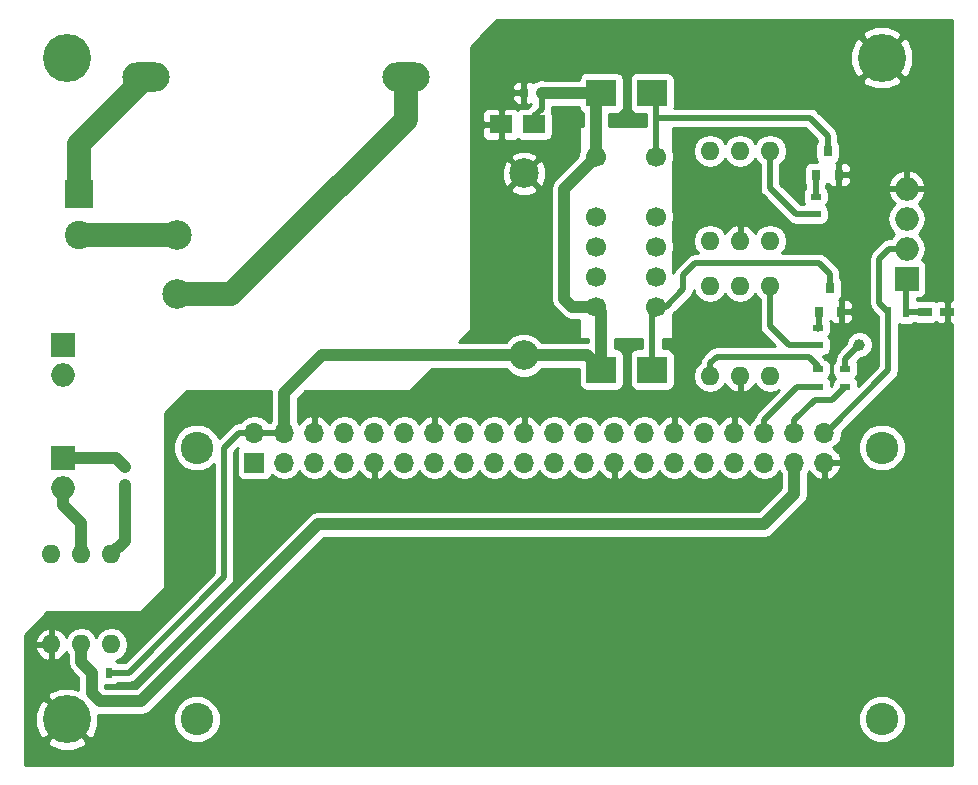
<source format=gbr>
G04 #@! TF.FileFunction,Copper,L1,Top,Signal*
%FSLAX46Y46*%
G04 Gerber Fmt 4.6, Leading zero omitted, Abs format (unit mm)*
G04 Created by KiCad (PCBNEW 4.0.7) date Tuesday, 06 '06e' March '06e' 2018, 22:38:06*
%MOMM*%
%LPD*%
G01*
G04 APERTURE LIST*
%ADD10C,0.100000*%
%ADD11R,1.200000X0.750000*%
%ADD12R,1.950000X1.500000*%
%ADD13R,0.800000X0.750000*%
%ADD14R,2.500000X2.300000*%
%ADD15O,1.998980X1.998980*%
%ADD16R,1.998980X1.998980*%
%ADD17R,0.800000X0.900000*%
%ADD18R,0.900000X0.500000*%
%ADD19R,0.500000X0.900000*%
%ADD20O,1.600000X1.600000*%
%ADD21C,2.750000*%
%ADD22R,1.700000X1.700000*%
%ADD23O,1.700000X1.700000*%
%ADD24C,2.400000*%
%ADD25R,2.400000X2.400000*%
%ADD26O,4.000500X2.499360*%
%ADD27C,4.064000*%
%ADD28C,2.500000*%
%ADD29C,1.700000*%
%ADD30C,1.000000*%
%ADD31C,0.500000*%
%ADD32C,1.000000*%
%ADD33C,2.000000*%
%ADD34C,0.254000*%
G04 APERTURE END LIST*
D10*
D11*
X168550000Y-118500000D03*
X166650000Y-118500000D03*
D12*
X133525000Y-102650000D03*
X130775000Y-102650000D03*
D13*
X134200000Y-99950000D03*
X132700000Y-99950000D03*
D14*
X139250000Y-100000000D03*
X143550000Y-100000000D03*
X139250000Y-123400000D03*
X143550000Y-123400000D03*
D15*
X93700000Y-133440000D03*
D16*
X93700000Y-130900000D03*
D15*
X93700000Y-123840000D03*
D16*
X93700000Y-121300000D03*
D17*
X157450000Y-106900000D03*
X159350000Y-106900000D03*
X158400000Y-104900000D03*
X157650000Y-118500000D03*
X159550000Y-118500000D03*
X158600000Y-116500000D03*
D18*
X159900000Y-123350000D03*
X159900000Y-124850000D03*
X157600000Y-123350000D03*
X157600000Y-124850000D03*
X98900000Y-133150000D03*
X98900000Y-131650000D03*
X157400000Y-108750000D03*
X157400000Y-110250000D03*
X157600000Y-119850000D03*
X157600000Y-121350000D03*
D19*
X96100000Y-149050000D03*
X97600000Y-149050000D03*
X163550000Y-118550000D03*
X165050000Y-118550000D03*
D20*
X148450000Y-112500000D03*
X150990000Y-112500000D03*
X153530000Y-112500000D03*
X153530000Y-104880000D03*
X150990000Y-104880000D03*
X148450000Y-104880000D03*
X148450000Y-123950000D03*
X150990000Y-123950000D03*
X153530000Y-123950000D03*
X153530000Y-116330000D03*
X150990000Y-116330000D03*
X148450000Y-116330000D03*
X97750000Y-139050000D03*
X95210000Y-139050000D03*
X92670000Y-139050000D03*
X92670000Y-146670000D03*
X95210000Y-146670000D03*
X97750000Y-146670000D03*
D15*
X165100000Y-108080000D03*
D16*
X165100000Y-115700000D03*
D15*
X165100000Y-113160000D03*
X165100000Y-110620000D03*
D21*
X163000000Y-153000000D03*
X105000000Y-153000000D03*
X163000000Y-130000000D03*
D22*
X109870000Y-131270000D03*
D23*
X109870000Y-128730000D03*
X112410000Y-131270000D03*
X112410000Y-128730000D03*
X114950000Y-131270000D03*
X114950000Y-128730000D03*
X117490000Y-131270000D03*
X117490000Y-128730000D03*
X120030000Y-131270000D03*
X120030000Y-128730000D03*
X122570000Y-131270000D03*
X122570000Y-128730000D03*
X125110000Y-131270000D03*
X125110000Y-128730000D03*
X127650000Y-131270000D03*
X127650000Y-128730000D03*
X130190000Y-131270000D03*
X130190000Y-128730000D03*
X132730000Y-131270000D03*
X132730000Y-128730000D03*
X135270000Y-131270000D03*
X135270000Y-128730000D03*
X137810000Y-131270000D03*
X137810000Y-128730000D03*
X140350000Y-131270000D03*
X140350000Y-128730000D03*
X142890000Y-131270000D03*
X142890000Y-128730000D03*
X145430000Y-131270000D03*
X145430000Y-128730000D03*
X147970000Y-131270000D03*
X147970000Y-128730000D03*
X150510000Y-131270000D03*
X150510000Y-128730000D03*
X153050000Y-131270000D03*
X153050000Y-128730000D03*
X155590000Y-131270000D03*
X155590000Y-128730000D03*
X158130000Y-131270000D03*
X158130000Y-128730000D03*
D21*
X105000000Y-130000000D03*
D24*
X95000000Y-112000000D03*
D25*
X95000000Y-108500000D03*
D26*
X100699260Y-98600000D03*
X122700740Y-98600000D03*
D27*
X94000000Y-97000000D03*
X94000000Y-153000000D03*
X163000000Y-97000000D03*
D28*
X103300000Y-112000000D03*
X103300000Y-117000000D03*
X132700000Y-106800000D03*
X132700000Y-122200000D03*
D29*
X138800000Y-118100000D03*
X138800000Y-115560000D03*
X138800000Y-113020000D03*
X138800000Y-110480000D03*
X143880000Y-118100000D03*
X143880000Y-115560000D03*
X143880000Y-113020000D03*
X143880000Y-110480000D03*
X143880000Y-105400000D03*
X138800000Y-105400000D03*
D30*
X161100000Y-121300000D03*
D31*
X165050000Y-118550000D02*
X166600000Y-118550000D01*
X166600000Y-118550000D02*
X166650000Y-118500000D01*
X165050000Y-118550000D02*
X165050000Y-115750000D01*
X165050000Y-115750000D02*
X165100000Y-115700000D01*
X133525000Y-102650000D02*
X133525000Y-101975000D01*
X133525000Y-101975000D02*
X134200000Y-101300000D01*
X134200000Y-101300000D02*
X134200000Y-99950000D01*
D32*
X138800000Y-118100000D02*
X136800000Y-118100000D01*
X136100000Y-108100000D02*
X138800000Y-105400000D01*
X136100000Y-117400000D02*
X136100000Y-108100000D01*
X136800000Y-118100000D02*
X136100000Y-117400000D01*
X139250000Y-100000000D02*
X134250000Y-100000000D01*
X134250000Y-100000000D02*
X134200000Y-99950000D01*
X138800000Y-105400000D02*
X138800000Y-100450000D01*
X138800000Y-100450000D02*
X139250000Y-100000000D01*
X139250000Y-123400000D02*
X139250000Y-118550000D01*
X139250000Y-118550000D02*
X138800000Y-118100000D01*
X132700000Y-122200000D02*
X138050000Y-122200000D01*
X138050000Y-122200000D02*
X139250000Y-123400000D01*
X112410000Y-128730000D02*
X112410000Y-125390000D01*
X115600000Y-122200000D02*
X132700000Y-122200000D01*
X112410000Y-125390000D02*
X115600000Y-122200000D01*
D31*
X109870000Y-128730000D02*
X112410000Y-128730000D01*
X109870000Y-128730000D02*
X108570000Y-128730000D01*
X99250000Y-149050000D02*
X97600000Y-149050000D01*
X107300000Y-141000000D02*
X99250000Y-149050000D01*
X107300000Y-130000000D02*
X107300000Y-141000000D01*
X108570000Y-128730000D02*
X107300000Y-130000000D01*
X158400000Y-104900000D02*
X158400000Y-103600000D01*
X156900000Y-102100000D02*
X143880000Y-102100000D01*
X158400000Y-103600000D02*
X156900000Y-102100000D01*
X143880000Y-102100000D02*
X143900000Y-102100000D01*
X143900000Y-102100000D02*
X143880000Y-102100000D01*
X143880000Y-105400000D02*
X143880000Y-102100000D01*
X143880000Y-102100000D02*
X143880000Y-100330000D01*
X143880000Y-100330000D02*
X143550000Y-100000000D01*
X143880000Y-118100000D02*
X144700000Y-118100000D01*
X144700000Y-118100000D02*
X146200000Y-116600000D01*
X158600000Y-115300000D02*
X158600000Y-116500000D01*
X157700000Y-114400000D02*
X158600000Y-115300000D01*
X147200000Y-114400000D02*
X157700000Y-114400000D01*
X146200000Y-115400000D02*
X147200000Y-114400000D01*
X146200000Y-116600000D02*
X146200000Y-115400000D01*
X143550000Y-123400000D02*
X143550000Y-118430000D01*
X143550000Y-118430000D02*
X143880000Y-118100000D01*
D32*
X93700000Y-133440000D02*
X93700000Y-134900000D01*
X95210000Y-136410000D02*
X95210000Y-139050000D01*
X93700000Y-134900000D02*
X95210000Y-136410000D01*
X93700000Y-130900000D02*
X98150000Y-130900000D01*
X98150000Y-130900000D02*
X98900000Y-131650000D01*
D31*
X153050000Y-128730000D02*
X153050000Y-127650000D01*
X155850000Y-124850000D02*
X157600000Y-124850000D01*
X153050000Y-127650000D02*
X155850000Y-124850000D01*
D32*
X96100000Y-149050000D02*
X96100000Y-150800000D01*
X155590000Y-133910000D02*
X155590000Y-131270000D01*
X153000000Y-136500000D02*
X155590000Y-133910000D01*
X115300000Y-136500000D02*
X153000000Y-136500000D01*
X100300000Y-151500000D02*
X115300000Y-136500000D01*
X96800000Y-151500000D02*
X100300000Y-151500000D01*
X96100000Y-150800000D02*
X96800000Y-151500000D01*
X95210000Y-146670000D02*
X95210000Y-148160000D01*
X95210000Y-148160000D02*
X96100000Y-149050000D01*
D31*
X155590000Y-128730000D02*
X155590000Y-127710000D01*
X158750000Y-126000000D02*
X159900000Y-124850000D01*
X157300000Y-126000000D02*
X158750000Y-126000000D01*
X155590000Y-127710000D02*
X157300000Y-126000000D01*
X158130000Y-128730000D02*
X158270000Y-128730000D01*
X158270000Y-128730000D02*
X163550000Y-123450000D01*
X163550000Y-123450000D02*
X163550000Y-118550000D01*
X165100000Y-113160000D02*
X163640000Y-113160000D01*
X162800000Y-117800000D02*
X163550000Y-118550000D01*
X162800000Y-114000000D02*
X162800000Y-117800000D01*
X163640000Y-113160000D02*
X162800000Y-114000000D01*
D33*
X95000000Y-112000000D02*
X103300000Y-112000000D01*
D31*
X157400000Y-108750000D02*
X157400000Y-106950000D01*
X157400000Y-106950000D02*
X157450000Y-106900000D01*
X157650000Y-118500000D02*
X157650000Y-119900000D01*
X157650000Y-119900000D02*
X157600000Y-119950000D01*
X161100000Y-121300000D02*
X159900000Y-122500000D01*
X159900000Y-122500000D02*
X159900000Y-123350000D01*
X157600000Y-123350000D02*
X157600000Y-123100000D01*
X157600000Y-123100000D02*
X156800000Y-122300000D01*
X156800000Y-122300000D02*
X149000000Y-122300000D01*
X149000000Y-122300000D02*
X148450000Y-122850000D01*
X148450000Y-122850000D02*
X148450000Y-123950000D01*
D32*
X98900000Y-133150000D02*
X98900000Y-137900000D01*
X98900000Y-137900000D02*
X97750000Y-139050000D01*
D31*
X153530000Y-104880000D02*
X153530000Y-108030000D01*
X155750000Y-110250000D02*
X157400000Y-110250000D01*
X153530000Y-108030000D02*
X155750000Y-110250000D01*
X157600000Y-121350000D02*
X155150000Y-121350000D01*
X153530000Y-119730000D02*
X153530000Y-116330000D01*
X155150000Y-121350000D02*
X153530000Y-119730000D01*
D33*
X95000000Y-108500000D02*
X95000000Y-104299260D01*
X95000000Y-104299260D02*
X100699260Y-98600000D01*
X117100740Y-107899260D02*
X122700740Y-102299260D01*
X122700740Y-102299260D02*
X122700740Y-98600000D01*
X117000740Y-107899260D02*
X117100740Y-107899260D01*
X103300000Y-117000000D02*
X107900000Y-117000000D01*
X107900000Y-117000000D02*
X117000740Y-107899260D01*
D34*
G36*
X168965000Y-117490000D02*
X168835750Y-117490000D01*
X168677000Y-117648750D01*
X168677000Y-118373000D01*
X168697000Y-118373000D01*
X168697000Y-118627000D01*
X168677000Y-118627000D01*
X168677000Y-119351250D01*
X168835750Y-119510000D01*
X168965000Y-119510000D01*
X168965000Y-156865000D01*
X90435000Y-156865000D01*
X90435000Y-154898121D01*
X92281484Y-154898121D01*
X92506154Y-155272168D01*
X93489388Y-155670880D01*
X94550357Y-155662975D01*
X95493846Y-155272168D01*
X95718516Y-154898121D01*
X94000000Y-153179605D01*
X92281484Y-154898121D01*
X90435000Y-154898121D01*
X90435000Y-152489388D01*
X91329120Y-152489388D01*
X91337025Y-153550357D01*
X91727832Y-154493846D01*
X92101879Y-154718516D01*
X93820395Y-153000000D01*
X92101879Y-151281484D01*
X91727832Y-151506154D01*
X91329120Y-152489388D01*
X90435000Y-152489388D01*
X90435000Y-147019041D01*
X91278086Y-147019041D01*
X91517611Y-147525134D01*
X91932577Y-147901041D01*
X92320961Y-148061904D01*
X92543000Y-147939915D01*
X92543000Y-146797000D01*
X91399371Y-146797000D01*
X91278086Y-147019041D01*
X90435000Y-147019041D01*
X90435000Y-146320959D01*
X91278086Y-146320959D01*
X91399371Y-146543000D01*
X92543000Y-146543000D01*
X92543000Y-145400085D01*
X92320961Y-145278096D01*
X91932577Y-145438959D01*
X91517611Y-145814866D01*
X91278086Y-146320959D01*
X90435000Y-146320959D01*
X90435000Y-145844606D01*
X92352606Y-143927000D01*
X100200000Y-143927000D01*
X100249410Y-143916994D01*
X100289803Y-143889803D01*
X102289803Y-141889803D01*
X102317666Y-141847789D01*
X102327000Y-141800000D01*
X102327000Y-127052606D01*
X104152606Y-125227000D01*
X111307423Y-125227000D01*
X111275000Y-125390000D01*
X111275000Y-127777984D01*
X111230221Y-127845000D01*
X111049779Y-127845000D01*
X110920054Y-127650853D01*
X110438285Y-127328946D01*
X109870000Y-127215907D01*
X109301715Y-127328946D01*
X108819946Y-127650853D01*
X108690221Y-127845000D01*
X108570005Y-127845000D01*
X108570000Y-127844999D01*
X108231325Y-127912367D01*
X107944210Y-128104210D01*
X107944208Y-128104213D01*
X106845483Y-129202937D01*
X106704988Y-128862914D01*
X106140060Y-128296999D01*
X105401568Y-127990350D01*
X104601940Y-127989652D01*
X103862914Y-128295012D01*
X103296999Y-128859940D01*
X102990350Y-129598432D01*
X102989652Y-130398060D01*
X103295012Y-131137086D01*
X103859940Y-131703001D01*
X104598432Y-132009650D01*
X105398060Y-132010348D01*
X106137086Y-131704988D01*
X106415000Y-131427559D01*
X106415000Y-140633421D01*
X98883420Y-148165000D01*
X98324669Y-148165000D01*
X98314090Y-148148559D01*
X98169392Y-148049691D01*
X98299151Y-148023880D01*
X98764698Y-147712811D01*
X99075767Y-147247264D01*
X99185000Y-146698113D01*
X99185000Y-146641887D01*
X99075767Y-146092736D01*
X98764698Y-145627189D01*
X98299151Y-145316120D01*
X97750000Y-145206887D01*
X97200849Y-145316120D01*
X96735302Y-145627189D01*
X96480000Y-146009275D01*
X96224698Y-145627189D01*
X95759151Y-145316120D01*
X95210000Y-145206887D01*
X94660849Y-145316120D01*
X94195302Y-145627189D01*
X93925014Y-146031703D01*
X93822389Y-145814866D01*
X93407423Y-145438959D01*
X93019039Y-145278096D01*
X92797000Y-145400085D01*
X92797000Y-146543000D01*
X92817000Y-146543000D01*
X92817000Y-146797000D01*
X92797000Y-146797000D01*
X92797000Y-147939915D01*
X93019039Y-148061904D01*
X93407423Y-147901041D01*
X93822389Y-147525134D01*
X93925014Y-147308297D01*
X94075000Y-147532767D01*
X94075000Y-148160000D01*
X94161397Y-148594346D01*
X94239560Y-148711325D01*
X94407434Y-148962566D01*
X94965000Y-149520132D01*
X94965000Y-150513379D01*
X94510612Y-150329120D01*
X93449643Y-150337025D01*
X92506154Y-150727832D01*
X92281484Y-151101879D01*
X94000000Y-152820395D01*
X94014143Y-152806253D01*
X94193748Y-152985858D01*
X94179605Y-153000000D01*
X95898121Y-154718516D01*
X96272168Y-154493846D01*
X96670880Y-153510612D01*
X96670042Y-153398060D01*
X102989652Y-153398060D01*
X103295012Y-154137086D01*
X103859940Y-154703001D01*
X104598432Y-155009650D01*
X105398060Y-155010348D01*
X106137086Y-154704988D01*
X106703001Y-154140060D01*
X107009650Y-153401568D01*
X107009653Y-153398060D01*
X160989652Y-153398060D01*
X161295012Y-154137086D01*
X161859940Y-154703001D01*
X162598432Y-155009650D01*
X163398060Y-155010348D01*
X164137086Y-154704988D01*
X164703001Y-154140060D01*
X165009650Y-153401568D01*
X165010348Y-152601940D01*
X164704988Y-151862914D01*
X164140060Y-151296999D01*
X163401568Y-150990350D01*
X162601940Y-150989652D01*
X161862914Y-151295012D01*
X161296999Y-151859940D01*
X160990350Y-152598432D01*
X160989652Y-153398060D01*
X107009653Y-153398060D01*
X107010348Y-152601940D01*
X106704988Y-151862914D01*
X106140060Y-151296999D01*
X105401568Y-150990350D01*
X104601940Y-150989652D01*
X103862914Y-151295012D01*
X103296999Y-151859940D01*
X102990350Y-152598432D01*
X102989652Y-153398060D01*
X96670042Y-153398060D01*
X96664155Y-152607979D01*
X96800000Y-152635000D01*
X100300000Y-152635000D01*
X100734346Y-152548603D01*
X101102566Y-152302566D01*
X115770133Y-137635000D01*
X153000000Y-137635000D01*
X153434346Y-137548603D01*
X153802566Y-137302566D01*
X156392566Y-134712566D01*
X156638603Y-134344346D01*
X156725000Y-133910000D01*
X156725000Y-132222016D01*
X156867702Y-132008447D01*
X156934817Y-132151358D01*
X157363076Y-132541645D01*
X157773110Y-132711476D01*
X158003000Y-132590155D01*
X158003000Y-131397000D01*
X158257000Y-131397000D01*
X158257000Y-132590155D01*
X158486890Y-132711476D01*
X158896924Y-132541645D01*
X159325183Y-132151358D01*
X159571486Y-131626892D01*
X159450819Y-131397000D01*
X158257000Y-131397000D01*
X158003000Y-131397000D01*
X157983000Y-131397000D01*
X157983000Y-131143000D01*
X158003000Y-131143000D01*
X158003000Y-131123000D01*
X158257000Y-131123000D01*
X158257000Y-131143000D01*
X159450819Y-131143000D01*
X159571486Y-130913108D01*
X159329606Y-130398060D01*
X160989652Y-130398060D01*
X161295012Y-131137086D01*
X161859940Y-131703001D01*
X162598432Y-132009650D01*
X163398060Y-132010348D01*
X164137086Y-131704988D01*
X164703001Y-131140060D01*
X165009650Y-130401568D01*
X165010348Y-129601940D01*
X164704988Y-128862914D01*
X164140060Y-128296999D01*
X163401568Y-127990350D01*
X162601940Y-127989652D01*
X161862914Y-128295012D01*
X161296999Y-128859940D01*
X160990350Y-129598432D01*
X160989652Y-130398060D01*
X159329606Y-130398060D01*
X159325183Y-130388642D01*
X158896924Y-129998355D01*
X158896899Y-129998345D01*
X159180054Y-129809147D01*
X159501961Y-129327378D01*
X159615000Y-128759093D01*
X159615000Y-128700907D01*
X159604327Y-128647252D01*
X164175787Y-124075792D01*
X164175790Y-124075790D01*
X164337117Y-123834346D01*
X164367634Y-123788674D01*
X164435001Y-123450000D01*
X164435000Y-123449995D01*
X164435000Y-119519146D01*
X164548110Y-119596431D01*
X164800000Y-119647440D01*
X165300000Y-119647440D01*
X165535317Y-119603162D01*
X165751441Y-119464090D01*
X165762875Y-119447356D01*
X165798110Y-119471431D01*
X166050000Y-119522440D01*
X167250000Y-119522440D01*
X167485317Y-119478162D01*
X167588646Y-119411671D01*
X167590302Y-119413327D01*
X167823691Y-119510000D01*
X168264250Y-119510000D01*
X168423000Y-119351250D01*
X168423000Y-118627000D01*
X168403000Y-118627000D01*
X168403000Y-118373000D01*
X168423000Y-118373000D01*
X168423000Y-117648750D01*
X168264250Y-117490000D01*
X167823691Y-117490000D01*
X167590302Y-117586673D01*
X167588932Y-117588043D01*
X167501890Y-117528569D01*
X167250000Y-117477560D01*
X166050000Y-117477560D01*
X165935000Y-117499199D01*
X165935000Y-117346930D01*
X166099490Y-117346930D01*
X166334807Y-117302652D01*
X166550931Y-117163580D01*
X166695921Y-116951380D01*
X166746930Y-116699490D01*
X166746930Y-114700510D01*
X166702652Y-114465193D01*
X166563580Y-114249069D01*
X166397527Y-114135610D01*
X166610072Y-113817514D01*
X166734490Y-113192022D01*
X166734490Y-113127978D01*
X166610072Y-112502486D01*
X166255759Y-111972219D01*
X166132710Y-111890000D01*
X166255759Y-111807781D01*
X166610072Y-111277514D01*
X166734490Y-110652022D01*
X166734490Y-110587978D01*
X166610072Y-109962486D01*
X166255759Y-109432219D01*
X166106700Y-109332621D01*
X166423068Y-109039726D01*
X166689627Y-108460355D01*
X166570807Y-108207000D01*
X165227000Y-108207000D01*
X165227000Y-108227000D01*
X164973000Y-108227000D01*
X164973000Y-108207000D01*
X163629193Y-108207000D01*
X163510373Y-108460355D01*
X163776932Y-109039726D01*
X164093300Y-109332621D01*
X163944241Y-109432219D01*
X163589928Y-109962486D01*
X163465510Y-110587978D01*
X163465510Y-110652022D01*
X163589928Y-111277514D01*
X163944241Y-111807781D01*
X164067290Y-111890000D01*
X163944241Y-111972219D01*
X163741929Y-112275000D01*
X163640000Y-112275000D01*
X163301325Y-112342367D01*
X163014210Y-112534210D01*
X163014208Y-112534213D01*
X162174210Y-113374210D01*
X161982367Y-113661325D01*
X161982367Y-113661326D01*
X161914999Y-114000000D01*
X161915000Y-114000005D01*
X161915000Y-117799995D01*
X161914999Y-117800000D01*
X161954522Y-117998690D01*
X161982367Y-118138675D01*
X162138937Y-118373000D01*
X162174210Y-118425790D01*
X162652560Y-118904139D01*
X162652560Y-119000000D01*
X162665000Y-119066113D01*
X162665000Y-123083421D01*
X160997440Y-124750981D01*
X160997440Y-124600000D01*
X160953162Y-124364683D01*
X160814090Y-124148559D01*
X160744289Y-124100866D01*
X160801441Y-124064090D01*
X160946431Y-123851890D01*
X160997440Y-123600000D01*
X160997440Y-123100000D01*
X160953162Y-122864683D01*
X160888063Y-122763517D01*
X161216477Y-122435103D01*
X161324775Y-122435197D01*
X161742086Y-122262767D01*
X162061645Y-121943765D01*
X162234803Y-121526756D01*
X162235197Y-121075225D01*
X162062767Y-120657914D01*
X161743765Y-120338355D01*
X161326756Y-120165197D01*
X160875225Y-120164803D01*
X160457914Y-120337233D01*
X160138355Y-120656235D01*
X159965197Y-121073244D01*
X159965101Y-121183320D01*
X159274210Y-121874210D01*
X159082367Y-122161325D01*
X159082367Y-122161326D01*
X159014999Y-122500000D01*
X159015000Y-122500005D01*
X159015000Y-122625331D01*
X158998559Y-122635910D01*
X158853569Y-122848110D01*
X158802560Y-123100000D01*
X158802560Y-123600000D01*
X158846838Y-123835317D01*
X158985910Y-124051441D01*
X159055711Y-124099134D01*
X158998559Y-124135910D01*
X158853569Y-124348110D01*
X158802560Y-124600000D01*
X158802560Y-124695861D01*
X158697440Y-124800980D01*
X158697440Y-124600000D01*
X158653162Y-124364683D01*
X158514090Y-124148559D01*
X158444289Y-124100866D01*
X158501441Y-124064090D01*
X158646431Y-123851890D01*
X158697440Y-123600000D01*
X158697440Y-123100000D01*
X158653162Y-122864683D01*
X158514090Y-122648559D01*
X158301890Y-122503569D01*
X158236568Y-122490341D01*
X158225790Y-122474210D01*
X158225787Y-122474208D01*
X157999019Y-122247440D01*
X158050000Y-122247440D01*
X158285317Y-122203162D01*
X158501441Y-122064090D01*
X158646431Y-121851890D01*
X158697440Y-121600000D01*
X158697440Y-121100000D01*
X158653162Y-120864683D01*
X158514090Y-120648559D01*
X158444289Y-120600866D01*
X158501441Y-120564090D01*
X158646431Y-120351890D01*
X158697440Y-120100000D01*
X158697440Y-119600000D01*
X158653162Y-119364683D01*
X158628803Y-119326828D01*
X158790301Y-119488327D01*
X159023690Y-119585000D01*
X159264250Y-119585000D01*
X159423000Y-119426250D01*
X159423000Y-118627000D01*
X159677000Y-118627000D01*
X159677000Y-119426250D01*
X159835750Y-119585000D01*
X160076310Y-119585000D01*
X160309699Y-119488327D01*
X160488327Y-119309698D01*
X160585000Y-119076309D01*
X160585000Y-118785750D01*
X160426250Y-118627000D01*
X159677000Y-118627000D01*
X159423000Y-118627000D01*
X159403000Y-118627000D01*
X159403000Y-118373000D01*
X159423000Y-118373000D01*
X159423000Y-117573750D01*
X159677000Y-117573750D01*
X159677000Y-118373000D01*
X160426250Y-118373000D01*
X160585000Y-118214250D01*
X160585000Y-117923691D01*
X160488327Y-117690302D01*
X160309699Y-117511673D01*
X160076310Y-117415000D01*
X159835750Y-117415000D01*
X159677000Y-117573750D01*
X159423000Y-117573750D01*
X159336988Y-117487738D01*
X159451441Y-117414090D01*
X159596431Y-117201890D01*
X159647440Y-116950000D01*
X159647440Y-116050000D01*
X159603162Y-115814683D01*
X159485000Y-115631054D01*
X159485000Y-115300005D01*
X159485001Y-115300000D01*
X159417633Y-114961325D01*
X159327554Y-114826512D01*
X159225790Y-114674210D01*
X159225787Y-114674208D01*
X158325790Y-113774210D01*
X158319362Y-113769915D01*
X158038675Y-113582367D01*
X157982484Y-113571190D01*
X157700000Y-113514999D01*
X157699995Y-113515000D01*
X154563281Y-113515000D01*
X154855767Y-113077264D01*
X154965000Y-112528113D01*
X154965000Y-112471887D01*
X154855767Y-111922736D01*
X154544698Y-111457189D01*
X154079151Y-111146120D01*
X153530000Y-111036887D01*
X152980849Y-111146120D01*
X152515302Y-111457189D01*
X152245014Y-111861703D01*
X152142389Y-111644866D01*
X151727423Y-111268959D01*
X151339039Y-111108096D01*
X151117000Y-111230085D01*
X151117000Y-112373000D01*
X151137000Y-112373000D01*
X151137000Y-112627000D01*
X151117000Y-112627000D01*
X151117000Y-112647000D01*
X150863000Y-112647000D01*
X150863000Y-112627000D01*
X150843000Y-112627000D01*
X150843000Y-112373000D01*
X150863000Y-112373000D01*
X150863000Y-111230085D01*
X150640961Y-111108096D01*
X150252577Y-111268959D01*
X149837611Y-111644866D01*
X149734986Y-111861703D01*
X149464698Y-111457189D01*
X148999151Y-111146120D01*
X148450000Y-111036887D01*
X147900849Y-111146120D01*
X147435302Y-111457189D01*
X147124233Y-111922736D01*
X147015000Y-112471887D01*
X147015000Y-112528113D01*
X147124233Y-113077264D01*
X147416719Y-113515000D01*
X147200005Y-113515000D01*
X147200000Y-113514999D01*
X146861326Y-113582366D01*
X146836496Y-113598957D01*
X146574210Y-113774210D01*
X146574208Y-113774213D01*
X145574210Y-114774210D01*
X145382367Y-115061325D01*
X145382367Y-115061326D01*
X145349336Y-115227380D01*
X145327000Y-115173322D01*
X145327000Y-113407574D01*
X145364742Y-113316681D01*
X145365257Y-112725911D01*
X145327000Y-112633322D01*
X145327000Y-110867574D01*
X145364742Y-110776681D01*
X145365257Y-110185911D01*
X145327000Y-110093322D01*
X145327000Y-105787574D01*
X145364742Y-105696681D01*
X145365257Y-105105911D01*
X145327000Y-105013322D01*
X145327000Y-102985000D01*
X156533420Y-102985000D01*
X157515000Y-103966579D01*
X157515000Y-104035025D01*
X157403569Y-104198110D01*
X157352560Y-104450000D01*
X157352560Y-105350000D01*
X157396838Y-105585317D01*
X157535910Y-105801441D01*
X157537548Y-105802560D01*
X157050000Y-105802560D01*
X156814683Y-105846838D01*
X156598559Y-105985910D01*
X156453569Y-106198110D01*
X156402560Y-106450000D01*
X156402560Y-107350000D01*
X156446838Y-107585317D01*
X156515000Y-107691244D01*
X156515000Y-108025331D01*
X156498559Y-108035910D01*
X156353569Y-108248110D01*
X156302560Y-108500000D01*
X156302560Y-109000000D01*
X156346838Y-109235317D01*
X156430287Y-109365000D01*
X156116579Y-109365000D01*
X154415000Y-107663420D01*
X154415000Y-106009473D01*
X154544698Y-105922811D01*
X154855767Y-105457264D01*
X154965000Y-104908113D01*
X154965000Y-104851887D01*
X154855767Y-104302736D01*
X154544698Y-103837189D01*
X154079151Y-103526120D01*
X153530000Y-103416887D01*
X152980849Y-103526120D01*
X152515302Y-103837189D01*
X152260000Y-104219275D01*
X152004698Y-103837189D01*
X151539151Y-103526120D01*
X150990000Y-103416887D01*
X150440849Y-103526120D01*
X149975302Y-103837189D01*
X149720000Y-104219275D01*
X149464698Y-103837189D01*
X148999151Y-103526120D01*
X148450000Y-103416887D01*
X147900849Y-103526120D01*
X147435302Y-103837189D01*
X147124233Y-104302736D01*
X147015000Y-104851887D01*
X147015000Y-104908113D01*
X147124233Y-105457264D01*
X147435302Y-105922811D01*
X147900849Y-106233880D01*
X148450000Y-106343113D01*
X148999151Y-106233880D01*
X149464698Y-105922811D01*
X149720000Y-105540725D01*
X149975302Y-105922811D01*
X150440849Y-106233880D01*
X150990000Y-106343113D01*
X151539151Y-106233880D01*
X152004698Y-105922811D01*
X152260000Y-105540725D01*
X152515302Y-105922811D01*
X152645000Y-106009473D01*
X152645000Y-108029995D01*
X152644999Y-108030000D01*
X152701190Y-108312484D01*
X152712367Y-108368675D01*
X152800115Y-108500000D01*
X152904210Y-108655790D01*
X155124208Y-110875787D01*
X155124210Y-110875790D01*
X155365310Y-111036887D01*
X155411325Y-111067633D01*
X155750000Y-111135001D01*
X155750005Y-111135000D01*
X156888569Y-111135000D01*
X156950000Y-111147440D01*
X157850000Y-111147440D01*
X158085317Y-111103162D01*
X158301441Y-110964090D01*
X158446431Y-110751890D01*
X158497440Y-110500000D01*
X158497440Y-110000000D01*
X158453162Y-109764683D01*
X158314090Y-109548559D01*
X158244289Y-109500866D01*
X158301441Y-109464090D01*
X158446431Y-109251890D01*
X158497440Y-109000000D01*
X158497440Y-108500000D01*
X158453162Y-108264683D01*
X158314090Y-108048559D01*
X158285000Y-108028683D01*
X158285000Y-107824669D01*
X158301441Y-107814090D01*
X158396990Y-107674250D01*
X158411673Y-107709698D01*
X158590301Y-107888327D01*
X158823690Y-107985000D01*
X159064250Y-107985000D01*
X159223000Y-107826250D01*
X159223000Y-107027000D01*
X159477000Y-107027000D01*
X159477000Y-107826250D01*
X159635750Y-107985000D01*
X159876310Y-107985000D01*
X160109699Y-107888327D01*
X160288327Y-107709698D01*
X160292491Y-107699645D01*
X163510373Y-107699645D01*
X163629193Y-107953000D01*
X164973000Y-107953000D01*
X164973000Y-106609735D01*
X165227000Y-106609735D01*
X165227000Y-107953000D01*
X166570807Y-107953000D01*
X166689627Y-107699645D01*
X166423068Y-107120274D01*
X165955084Y-106687013D01*
X165480354Y-106490381D01*
X165227000Y-106609735D01*
X164973000Y-106609735D01*
X164719646Y-106490381D01*
X164244916Y-106687013D01*
X163776932Y-107120274D01*
X163510373Y-107699645D01*
X160292491Y-107699645D01*
X160385000Y-107476309D01*
X160385000Y-107185750D01*
X160226250Y-107027000D01*
X159477000Y-107027000D01*
X159223000Y-107027000D01*
X159203000Y-107027000D01*
X159203000Y-106773000D01*
X159223000Y-106773000D01*
X159223000Y-105973750D01*
X159477000Y-105973750D01*
X159477000Y-106773000D01*
X160226250Y-106773000D01*
X160385000Y-106614250D01*
X160385000Y-106323691D01*
X160288327Y-106090302D01*
X160109699Y-105911673D01*
X159876310Y-105815000D01*
X159635750Y-105815000D01*
X159477000Y-105973750D01*
X159223000Y-105973750D01*
X159136988Y-105887738D01*
X159251441Y-105814090D01*
X159396431Y-105601890D01*
X159447440Y-105350000D01*
X159447440Y-104450000D01*
X159403162Y-104214683D01*
X159285000Y-104031054D01*
X159285000Y-103600000D01*
X159217633Y-103261325D01*
X159025790Y-102974210D01*
X159025787Y-102974208D01*
X157525790Y-101474210D01*
X157487400Y-101448559D01*
X157238675Y-101282367D01*
X157151366Y-101265000D01*
X156900000Y-101214999D01*
X156899995Y-101215000D01*
X145434277Y-101215000D01*
X145447440Y-101150000D01*
X145447440Y-98898121D01*
X161281484Y-98898121D01*
X161506154Y-99272168D01*
X162489388Y-99670880D01*
X163550357Y-99662975D01*
X164493846Y-99272168D01*
X164718516Y-98898121D01*
X163000000Y-97179605D01*
X161281484Y-98898121D01*
X145447440Y-98898121D01*
X145447440Y-98850000D01*
X145403162Y-98614683D01*
X145264090Y-98398559D01*
X145051890Y-98253569D01*
X144800000Y-98202560D01*
X142300000Y-98202560D01*
X142064683Y-98246838D01*
X141848559Y-98385910D01*
X141703569Y-98598110D01*
X141652560Y-98850000D01*
X141652560Y-101150000D01*
X141696838Y-101385317D01*
X141835910Y-101601441D01*
X142048110Y-101746431D01*
X142300000Y-101797440D01*
X142995000Y-101797440D01*
X142995000Y-102773000D01*
X139935000Y-102773000D01*
X139935000Y-101797440D01*
X140500000Y-101797440D01*
X140735317Y-101753162D01*
X140951441Y-101614090D01*
X141096431Y-101401890D01*
X141147440Y-101150000D01*
X141147440Y-98850000D01*
X141103162Y-98614683D01*
X140964090Y-98398559D01*
X140751890Y-98253569D01*
X140500000Y-98202560D01*
X138000000Y-98202560D01*
X137764683Y-98246838D01*
X137548559Y-98385910D01*
X137403569Y-98598110D01*
X137352560Y-98850000D01*
X137352560Y-98865000D01*
X134451366Y-98865000D01*
X134200000Y-98815000D01*
X133765655Y-98901397D01*
X133697687Y-98946811D01*
X133564683Y-98971838D01*
X133461354Y-99038329D01*
X133459698Y-99036673D01*
X133226309Y-98940000D01*
X132985750Y-98940000D01*
X132827000Y-99098750D01*
X132827000Y-99823000D01*
X132847000Y-99823000D01*
X132847000Y-100077000D01*
X132827000Y-100077000D01*
X132827000Y-100801250D01*
X132985750Y-100960000D01*
X133226309Y-100960000D01*
X133315000Y-100923263D01*
X133315000Y-100933421D01*
X132995860Y-101252560D01*
X132550000Y-101252560D01*
X132314683Y-101296838D01*
X132150507Y-101402482D01*
X132109698Y-101361673D01*
X131876309Y-101265000D01*
X131060750Y-101265000D01*
X130902000Y-101423750D01*
X130902000Y-102523000D01*
X130922000Y-102523000D01*
X130922000Y-102777000D01*
X130902000Y-102777000D01*
X130902000Y-103876250D01*
X131060750Y-104035000D01*
X131876309Y-104035000D01*
X132109698Y-103938327D01*
X132151660Y-103896366D01*
X132298110Y-103996431D01*
X132550000Y-104047440D01*
X134500000Y-104047440D01*
X134735317Y-104003162D01*
X134951441Y-103864090D01*
X135096431Y-103651890D01*
X135147440Y-103400000D01*
X135147440Y-101900000D01*
X135103162Y-101664683D01*
X135033877Y-101557011D01*
X135037201Y-101540301D01*
X135085001Y-101300000D01*
X135085000Y-101299995D01*
X135085000Y-101135000D01*
X137352560Y-101135000D01*
X137352560Y-101150000D01*
X137396838Y-101385317D01*
X137535910Y-101601441D01*
X137665000Y-101689644D01*
X137665000Y-102773000D01*
X137500000Y-102773000D01*
X137453841Y-102781685D01*
X137411447Y-102808965D01*
X137383006Y-102850590D01*
X137373000Y-102900000D01*
X137373000Y-104964261D01*
X137315258Y-105103319D01*
X137315104Y-105279764D01*
X135297434Y-107297434D01*
X135051397Y-107665654D01*
X134965000Y-108100000D01*
X134965000Y-117400000D01*
X135051397Y-117834346D01*
X135195493Y-118050000D01*
X135297434Y-118202566D01*
X135997433Y-118902566D01*
X136257458Y-119076309D01*
X136365654Y-119148603D01*
X136800000Y-119235000D01*
X137373000Y-119235000D01*
X137373000Y-120700000D01*
X137381685Y-120746159D01*
X137408965Y-120788553D01*
X137450590Y-120816994D01*
X137500000Y-120827000D01*
X138115000Y-120827000D01*
X138115000Y-121077929D01*
X138050000Y-121065000D01*
X134230449Y-121065000D01*
X133769161Y-120602907D01*
X133076595Y-120315328D01*
X132326695Y-120314674D01*
X131633628Y-120601043D01*
X131168861Y-121065000D01*
X127214606Y-121065000D01*
X128189803Y-120089803D01*
X128217666Y-120047789D01*
X128227000Y-120000000D01*
X128227000Y-108133320D01*
X131546285Y-108133320D01*
X131675533Y-108426123D01*
X132375806Y-108694388D01*
X133125435Y-108674250D01*
X133724467Y-108426123D01*
X133853715Y-108133320D01*
X132700000Y-106979605D01*
X131546285Y-108133320D01*
X128227000Y-108133320D01*
X128227000Y-106475806D01*
X130805612Y-106475806D01*
X130825750Y-107225435D01*
X131073877Y-107824467D01*
X131366680Y-107953715D01*
X132520395Y-106800000D01*
X132879605Y-106800000D01*
X134033320Y-107953715D01*
X134326123Y-107824467D01*
X134594388Y-107124194D01*
X134574250Y-106374565D01*
X134326123Y-105775533D01*
X134033320Y-105646285D01*
X132879605Y-106800000D01*
X132520395Y-106800000D01*
X131366680Y-105646285D01*
X131073877Y-105775533D01*
X130805612Y-106475806D01*
X128227000Y-106475806D01*
X128227000Y-105466680D01*
X131546285Y-105466680D01*
X132700000Y-106620395D01*
X133853715Y-105466680D01*
X133724467Y-105173877D01*
X133024194Y-104905612D01*
X132274565Y-104925750D01*
X131675533Y-105173877D01*
X131546285Y-105466680D01*
X128227000Y-105466680D01*
X128227000Y-102935750D01*
X129165000Y-102935750D01*
X129165000Y-103526310D01*
X129261673Y-103759699D01*
X129440302Y-103938327D01*
X129673691Y-104035000D01*
X130489250Y-104035000D01*
X130648000Y-103876250D01*
X130648000Y-102777000D01*
X129323750Y-102777000D01*
X129165000Y-102935750D01*
X128227000Y-102935750D01*
X128227000Y-101773690D01*
X129165000Y-101773690D01*
X129165000Y-102364250D01*
X129323750Y-102523000D01*
X130648000Y-102523000D01*
X130648000Y-101423750D01*
X130489250Y-101265000D01*
X129673691Y-101265000D01*
X129440302Y-101361673D01*
X129261673Y-101540301D01*
X129165000Y-101773690D01*
X128227000Y-101773690D01*
X128227000Y-100235750D01*
X131665000Y-100235750D01*
X131665000Y-100451310D01*
X131761673Y-100684699D01*
X131940302Y-100863327D01*
X132173691Y-100960000D01*
X132414250Y-100960000D01*
X132573000Y-100801250D01*
X132573000Y-100077000D01*
X131823750Y-100077000D01*
X131665000Y-100235750D01*
X128227000Y-100235750D01*
X128227000Y-99448690D01*
X131665000Y-99448690D01*
X131665000Y-99664250D01*
X131823750Y-99823000D01*
X132573000Y-99823000D01*
X132573000Y-99098750D01*
X132414250Y-98940000D01*
X132173691Y-98940000D01*
X131940302Y-99036673D01*
X131761673Y-99215301D01*
X131665000Y-99448690D01*
X128227000Y-99448690D01*
X128227000Y-96489388D01*
X160329120Y-96489388D01*
X160337025Y-97550357D01*
X160727832Y-98493846D01*
X161101879Y-98718516D01*
X162820395Y-97000000D01*
X163179605Y-97000000D01*
X164898121Y-98718516D01*
X165272168Y-98493846D01*
X165670880Y-97510612D01*
X165662975Y-96449643D01*
X165272168Y-95506154D01*
X164898121Y-95281484D01*
X163179605Y-97000000D01*
X162820395Y-97000000D01*
X161101879Y-95281484D01*
X160727832Y-95506154D01*
X160329120Y-96489388D01*
X128227000Y-96489388D01*
X128227000Y-96052606D01*
X129177727Y-95101879D01*
X161281484Y-95101879D01*
X163000000Y-96820395D01*
X164718516Y-95101879D01*
X164493846Y-94727832D01*
X163510612Y-94329120D01*
X162449643Y-94337025D01*
X161506154Y-94727832D01*
X161281484Y-95101879D01*
X129177727Y-95101879D01*
X130444606Y-93835000D01*
X168965000Y-93835000D01*
X168965000Y-117490000D01*
X168965000Y-117490000D01*
G37*
X168965000Y-117490000D02*
X168835750Y-117490000D01*
X168677000Y-117648750D01*
X168677000Y-118373000D01*
X168697000Y-118373000D01*
X168697000Y-118627000D01*
X168677000Y-118627000D01*
X168677000Y-119351250D01*
X168835750Y-119510000D01*
X168965000Y-119510000D01*
X168965000Y-156865000D01*
X90435000Y-156865000D01*
X90435000Y-154898121D01*
X92281484Y-154898121D01*
X92506154Y-155272168D01*
X93489388Y-155670880D01*
X94550357Y-155662975D01*
X95493846Y-155272168D01*
X95718516Y-154898121D01*
X94000000Y-153179605D01*
X92281484Y-154898121D01*
X90435000Y-154898121D01*
X90435000Y-152489388D01*
X91329120Y-152489388D01*
X91337025Y-153550357D01*
X91727832Y-154493846D01*
X92101879Y-154718516D01*
X93820395Y-153000000D01*
X92101879Y-151281484D01*
X91727832Y-151506154D01*
X91329120Y-152489388D01*
X90435000Y-152489388D01*
X90435000Y-147019041D01*
X91278086Y-147019041D01*
X91517611Y-147525134D01*
X91932577Y-147901041D01*
X92320961Y-148061904D01*
X92543000Y-147939915D01*
X92543000Y-146797000D01*
X91399371Y-146797000D01*
X91278086Y-147019041D01*
X90435000Y-147019041D01*
X90435000Y-146320959D01*
X91278086Y-146320959D01*
X91399371Y-146543000D01*
X92543000Y-146543000D01*
X92543000Y-145400085D01*
X92320961Y-145278096D01*
X91932577Y-145438959D01*
X91517611Y-145814866D01*
X91278086Y-146320959D01*
X90435000Y-146320959D01*
X90435000Y-145844606D01*
X92352606Y-143927000D01*
X100200000Y-143927000D01*
X100249410Y-143916994D01*
X100289803Y-143889803D01*
X102289803Y-141889803D01*
X102317666Y-141847789D01*
X102327000Y-141800000D01*
X102327000Y-127052606D01*
X104152606Y-125227000D01*
X111307423Y-125227000D01*
X111275000Y-125390000D01*
X111275000Y-127777984D01*
X111230221Y-127845000D01*
X111049779Y-127845000D01*
X110920054Y-127650853D01*
X110438285Y-127328946D01*
X109870000Y-127215907D01*
X109301715Y-127328946D01*
X108819946Y-127650853D01*
X108690221Y-127845000D01*
X108570005Y-127845000D01*
X108570000Y-127844999D01*
X108231325Y-127912367D01*
X107944210Y-128104210D01*
X107944208Y-128104213D01*
X106845483Y-129202937D01*
X106704988Y-128862914D01*
X106140060Y-128296999D01*
X105401568Y-127990350D01*
X104601940Y-127989652D01*
X103862914Y-128295012D01*
X103296999Y-128859940D01*
X102990350Y-129598432D01*
X102989652Y-130398060D01*
X103295012Y-131137086D01*
X103859940Y-131703001D01*
X104598432Y-132009650D01*
X105398060Y-132010348D01*
X106137086Y-131704988D01*
X106415000Y-131427559D01*
X106415000Y-140633421D01*
X98883420Y-148165000D01*
X98324669Y-148165000D01*
X98314090Y-148148559D01*
X98169392Y-148049691D01*
X98299151Y-148023880D01*
X98764698Y-147712811D01*
X99075767Y-147247264D01*
X99185000Y-146698113D01*
X99185000Y-146641887D01*
X99075767Y-146092736D01*
X98764698Y-145627189D01*
X98299151Y-145316120D01*
X97750000Y-145206887D01*
X97200849Y-145316120D01*
X96735302Y-145627189D01*
X96480000Y-146009275D01*
X96224698Y-145627189D01*
X95759151Y-145316120D01*
X95210000Y-145206887D01*
X94660849Y-145316120D01*
X94195302Y-145627189D01*
X93925014Y-146031703D01*
X93822389Y-145814866D01*
X93407423Y-145438959D01*
X93019039Y-145278096D01*
X92797000Y-145400085D01*
X92797000Y-146543000D01*
X92817000Y-146543000D01*
X92817000Y-146797000D01*
X92797000Y-146797000D01*
X92797000Y-147939915D01*
X93019039Y-148061904D01*
X93407423Y-147901041D01*
X93822389Y-147525134D01*
X93925014Y-147308297D01*
X94075000Y-147532767D01*
X94075000Y-148160000D01*
X94161397Y-148594346D01*
X94239560Y-148711325D01*
X94407434Y-148962566D01*
X94965000Y-149520132D01*
X94965000Y-150513379D01*
X94510612Y-150329120D01*
X93449643Y-150337025D01*
X92506154Y-150727832D01*
X92281484Y-151101879D01*
X94000000Y-152820395D01*
X94014143Y-152806253D01*
X94193748Y-152985858D01*
X94179605Y-153000000D01*
X95898121Y-154718516D01*
X96272168Y-154493846D01*
X96670880Y-153510612D01*
X96670042Y-153398060D01*
X102989652Y-153398060D01*
X103295012Y-154137086D01*
X103859940Y-154703001D01*
X104598432Y-155009650D01*
X105398060Y-155010348D01*
X106137086Y-154704988D01*
X106703001Y-154140060D01*
X107009650Y-153401568D01*
X107009653Y-153398060D01*
X160989652Y-153398060D01*
X161295012Y-154137086D01*
X161859940Y-154703001D01*
X162598432Y-155009650D01*
X163398060Y-155010348D01*
X164137086Y-154704988D01*
X164703001Y-154140060D01*
X165009650Y-153401568D01*
X165010348Y-152601940D01*
X164704988Y-151862914D01*
X164140060Y-151296999D01*
X163401568Y-150990350D01*
X162601940Y-150989652D01*
X161862914Y-151295012D01*
X161296999Y-151859940D01*
X160990350Y-152598432D01*
X160989652Y-153398060D01*
X107009653Y-153398060D01*
X107010348Y-152601940D01*
X106704988Y-151862914D01*
X106140060Y-151296999D01*
X105401568Y-150990350D01*
X104601940Y-150989652D01*
X103862914Y-151295012D01*
X103296999Y-151859940D01*
X102990350Y-152598432D01*
X102989652Y-153398060D01*
X96670042Y-153398060D01*
X96664155Y-152607979D01*
X96800000Y-152635000D01*
X100300000Y-152635000D01*
X100734346Y-152548603D01*
X101102566Y-152302566D01*
X115770133Y-137635000D01*
X153000000Y-137635000D01*
X153434346Y-137548603D01*
X153802566Y-137302566D01*
X156392566Y-134712566D01*
X156638603Y-134344346D01*
X156725000Y-133910000D01*
X156725000Y-132222016D01*
X156867702Y-132008447D01*
X156934817Y-132151358D01*
X157363076Y-132541645D01*
X157773110Y-132711476D01*
X158003000Y-132590155D01*
X158003000Y-131397000D01*
X158257000Y-131397000D01*
X158257000Y-132590155D01*
X158486890Y-132711476D01*
X158896924Y-132541645D01*
X159325183Y-132151358D01*
X159571486Y-131626892D01*
X159450819Y-131397000D01*
X158257000Y-131397000D01*
X158003000Y-131397000D01*
X157983000Y-131397000D01*
X157983000Y-131143000D01*
X158003000Y-131143000D01*
X158003000Y-131123000D01*
X158257000Y-131123000D01*
X158257000Y-131143000D01*
X159450819Y-131143000D01*
X159571486Y-130913108D01*
X159329606Y-130398060D01*
X160989652Y-130398060D01*
X161295012Y-131137086D01*
X161859940Y-131703001D01*
X162598432Y-132009650D01*
X163398060Y-132010348D01*
X164137086Y-131704988D01*
X164703001Y-131140060D01*
X165009650Y-130401568D01*
X165010348Y-129601940D01*
X164704988Y-128862914D01*
X164140060Y-128296999D01*
X163401568Y-127990350D01*
X162601940Y-127989652D01*
X161862914Y-128295012D01*
X161296999Y-128859940D01*
X160990350Y-129598432D01*
X160989652Y-130398060D01*
X159329606Y-130398060D01*
X159325183Y-130388642D01*
X158896924Y-129998355D01*
X158896899Y-129998345D01*
X159180054Y-129809147D01*
X159501961Y-129327378D01*
X159615000Y-128759093D01*
X159615000Y-128700907D01*
X159604327Y-128647252D01*
X164175787Y-124075792D01*
X164175790Y-124075790D01*
X164337117Y-123834346D01*
X164367634Y-123788674D01*
X164435001Y-123450000D01*
X164435000Y-123449995D01*
X164435000Y-119519146D01*
X164548110Y-119596431D01*
X164800000Y-119647440D01*
X165300000Y-119647440D01*
X165535317Y-119603162D01*
X165751441Y-119464090D01*
X165762875Y-119447356D01*
X165798110Y-119471431D01*
X166050000Y-119522440D01*
X167250000Y-119522440D01*
X167485317Y-119478162D01*
X167588646Y-119411671D01*
X167590302Y-119413327D01*
X167823691Y-119510000D01*
X168264250Y-119510000D01*
X168423000Y-119351250D01*
X168423000Y-118627000D01*
X168403000Y-118627000D01*
X168403000Y-118373000D01*
X168423000Y-118373000D01*
X168423000Y-117648750D01*
X168264250Y-117490000D01*
X167823691Y-117490000D01*
X167590302Y-117586673D01*
X167588932Y-117588043D01*
X167501890Y-117528569D01*
X167250000Y-117477560D01*
X166050000Y-117477560D01*
X165935000Y-117499199D01*
X165935000Y-117346930D01*
X166099490Y-117346930D01*
X166334807Y-117302652D01*
X166550931Y-117163580D01*
X166695921Y-116951380D01*
X166746930Y-116699490D01*
X166746930Y-114700510D01*
X166702652Y-114465193D01*
X166563580Y-114249069D01*
X166397527Y-114135610D01*
X166610072Y-113817514D01*
X166734490Y-113192022D01*
X166734490Y-113127978D01*
X166610072Y-112502486D01*
X166255759Y-111972219D01*
X166132710Y-111890000D01*
X166255759Y-111807781D01*
X166610072Y-111277514D01*
X166734490Y-110652022D01*
X166734490Y-110587978D01*
X166610072Y-109962486D01*
X166255759Y-109432219D01*
X166106700Y-109332621D01*
X166423068Y-109039726D01*
X166689627Y-108460355D01*
X166570807Y-108207000D01*
X165227000Y-108207000D01*
X165227000Y-108227000D01*
X164973000Y-108227000D01*
X164973000Y-108207000D01*
X163629193Y-108207000D01*
X163510373Y-108460355D01*
X163776932Y-109039726D01*
X164093300Y-109332621D01*
X163944241Y-109432219D01*
X163589928Y-109962486D01*
X163465510Y-110587978D01*
X163465510Y-110652022D01*
X163589928Y-111277514D01*
X163944241Y-111807781D01*
X164067290Y-111890000D01*
X163944241Y-111972219D01*
X163741929Y-112275000D01*
X163640000Y-112275000D01*
X163301325Y-112342367D01*
X163014210Y-112534210D01*
X163014208Y-112534213D01*
X162174210Y-113374210D01*
X161982367Y-113661325D01*
X161982367Y-113661326D01*
X161914999Y-114000000D01*
X161915000Y-114000005D01*
X161915000Y-117799995D01*
X161914999Y-117800000D01*
X161954522Y-117998690D01*
X161982367Y-118138675D01*
X162138937Y-118373000D01*
X162174210Y-118425790D01*
X162652560Y-118904139D01*
X162652560Y-119000000D01*
X162665000Y-119066113D01*
X162665000Y-123083421D01*
X160997440Y-124750981D01*
X160997440Y-124600000D01*
X160953162Y-124364683D01*
X160814090Y-124148559D01*
X160744289Y-124100866D01*
X160801441Y-124064090D01*
X160946431Y-123851890D01*
X160997440Y-123600000D01*
X160997440Y-123100000D01*
X160953162Y-122864683D01*
X160888063Y-122763517D01*
X161216477Y-122435103D01*
X161324775Y-122435197D01*
X161742086Y-122262767D01*
X162061645Y-121943765D01*
X162234803Y-121526756D01*
X162235197Y-121075225D01*
X162062767Y-120657914D01*
X161743765Y-120338355D01*
X161326756Y-120165197D01*
X160875225Y-120164803D01*
X160457914Y-120337233D01*
X160138355Y-120656235D01*
X159965197Y-121073244D01*
X159965101Y-121183320D01*
X159274210Y-121874210D01*
X159082367Y-122161325D01*
X159082367Y-122161326D01*
X159014999Y-122500000D01*
X159015000Y-122500005D01*
X159015000Y-122625331D01*
X158998559Y-122635910D01*
X158853569Y-122848110D01*
X158802560Y-123100000D01*
X158802560Y-123600000D01*
X158846838Y-123835317D01*
X158985910Y-124051441D01*
X159055711Y-124099134D01*
X158998559Y-124135910D01*
X158853569Y-124348110D01*
X158802560Y-124600000D01*
X158802560Y-124695861D01*
X158697440Y-124800980D01*
X158697440Y-124600000D01*
X158653162Y-124364683D01*
X158514090Y-124148559D01*
X158444289Y-124100866D01*
X158501441Y-124064090D01*
X158646431Y-123851890D01*
X158697440Y-123600000D01*
X158697440Y-123100000D01*
X158653162Y-122864683D01*
X158514090Y-122648559D01*
X158301890Y-122503569D01*
X158236568Y-122490341D01*
X158225790Y-122474210D01*
X158225787Y-122474208D01*
X157999019Y-122247440D01*
X158050000Y-122247440D01*
X158285317Y-122203162D01*
X158501441Y-122064090D01*
X158646431Y-121851890D01*
X158697440Y-121600000D01*
X158697440Y-121100000D01*
X158653162Y-120864683D01*
X158514090Y-120648559D01*
X158444289Y-120600866D01*
X158501441Y-120564090D01*
X158646431Y-120351890D01*
X158697440Y-120100000D01*
X158697440Y-119600000D01*
X158653162Y-119364683D01*
X158628803Y-119326828D01*
X158790301Y-119488327D01*
X159023690Y-119585000D01*
X159264250Y-119585000D01*
X159423000Y-119426250D01*
X159423000Y-118627000D01*
X159677000Y-118627000D01*
X159677000Y-119426250D01*
X159835750Y-119585000D01*
X160076310Y-119585000D01*
X160309699Y-119488327D01*
X160488327Y-119309698D01*
X160585000Y-119076309D01*
X160585000Y-118785750D01*
X160426250Y-118627000D01*
X159677000Y-118627000D01*
X159423000Y-118627000D01*
X159403000Y-118627000D01*
X159403000Y-118373000D01*
X159423000Y-118373000D01*
X159423000Y-117573750D01*
X159677000Y-117573750D01*
X159677000Y-118373000D01*
X160426250Y-118373000D01*
X160585000Y-118214250D01*
X160585000Y-117923691D01*
X160488327Y-117690302D01*
X160309699Y-117511673D01*
X160076310Y-117415000D01*
X159835750Y-117415000D01*
X159677000Y-117573750D01*
X159423000Y-117573750D01*
X159336988Y-117487738D01*
X159451441Y-117414090D01*
X159596431Y-117201890D01*
X159647440Y-116950000D01*
X159647440Y-116050000D01*
X159603162Y-115814683D01*
X159485000Y-115631054D01*
X159485000Y-115300005D01*
X159485001Y-115300000D01*
X159417633Y-114961325D01*
X159327554Y-114826512D01*
X159225790Y-114674210D01*
X159225787Y-114674208D01*
X158325790Y-113774210D01*
X158319362Y-113769915D01*
X158038675Y-113582367D01*
X157982484Y-113571190D01*
X157700000Y-113514999D01*
X157699995Y-113515000D01*
X154563281Y-113515000D01*
X154855767Y-113077264D01*
X154965000Y-112528113D01*
X154965000Y-112471887D01*
X154855767Y-111922736D01*
X154544698Y-111457189D01*
X154079151Y-111146120D01*
X153530000Y-111036887D01*
X152980849Y-111146120D01*
X152515302Y-111457189D01*
X152245014Y-111861703D01*
X152142389Y-111644866D01*
X151727423Y-111268959D01*
X151339039Y-111108096D01*
X151117000Y-111230085D01*
X151117000Y-112373000D01*
X151137000Y-112373000D01*
X151137000Y-112627000D01*
X151117000Y-112627000D01*
X151117000Y-112647000D01*
X150863000Y-112647000D01*
X150863000Y-112627000D01*
X150843000Y-112627000D01*
X150843000Y-112373000D01*
X150863000Y-112373000D01*
X150863000Y-111230085D01*
X150640961Y-111108096D01*
X150252577Y-111268959D01*
X149837611Y-111644866D01*
X149734986Y-111861703D01*
X149464698Y-111457189D01*
X148999151Y-111146120D01*
X148450000Y-111036887D01*
X147900849Y-111146120D01*
X147435302Y-111457189D01*
X147124233Y-111922736D01*
X147015000Y-112471887D01*
X147015000Y-112528113D01*
X147124233Y-113077264D01*
X147416719Y-113515000D01*
X147200005Y-113515000D01*
X147200000Y-113514999D01*
X146861326Y-113582366D01*
X146836496Y-113598957D01*
X146574210Y-113774210D01*
X146574208Y-113774213D01*
X145574210Y-114774210D01*
X145382367Y-115061325D01*
X145382367Y-115061326D01*
X145349336Y-115227380D01*
X145327000Y-115173322D01*
X145327000Y-113407574D01*
X145364742Y-113316681D01*
X145365257Y-112725911D01*
X145327000Y-112633322D01*
X145327000Y-110867574D01*
X145364742Y-110776681D01*
X145365257Y-110185911D01*
X145327000Y-110093322D01*
X145327000Y-105787574D01*
X145364742Y-105696681D01*
X145365257Y-105105911D01*
X145327000Y-105013322D01*
X145327000Y-102985000D01*
X156533420Y-102985000D01*
X157515000Y-103966579D01*
X157515000Y-104035025D01*
X157403569Y-104198110D01*
X157352560Y-104450000D01*
X157352560Y-105350000D01*
X157396838Y-105585317D01*
X157535910Y-105801441D01*
X157537548Y-105802560D01*
X157050000Y-105802560D01*
X156814683Y-105846838D01*
X156598559Y-105985910D01*
X156453569Y-106198110D01*
X156402560Y-106450000D01*
X156402560Y-107350000D01*
X156446838Y-107585317D01*
X156515000Y-107691244D01*
X156515000Y-108025331D01*
X156498559Y-108035910D01*
X156353569Y-108248110D01*
X156302560Y-108500000D01*
X156302560Y-109000000D01*
X156346838Y-109235317D01*
X156430287Y-109365000D01*
X156116579Y-109365000D01*
X154415000Y-107663420D01*
X154415000Y-106009473D01*
X154544698Y-105922811D01*
X154855767Y-105457264D01*
X154965000Y-104908113D01*
X154965000Y-104851887D01*
X154855767Y-104302736D01*
X154544698Y-103837189D01*
X154079151Y-103526120D01*
X153530000Y-103416887D01*
X152980849Y-103526120D01*
X152515302Y-103837189D01*
X152260000Y-104219275D01*
X152004698Y-103837189D01*
X151539151Y-103526120D01*
X150990000Y-103416887D01*
X150440849Y-103526120D01*
X149975302Y-103837189D01*
X149720000Y-104219275D01*
X149464698Y-103837189D01*
X148999151Y-103526120D01*
X148450000Y-103416887D01*
X147900849Y-103526120D01*
X147435302Y-103837189D01*
X147124233Y-104302736D01*
X147015000Y-104851887D01*
X147015000Y-104908113D01*
X147124233Y-105457264D01*
X147435302Y-105922811D01*
X147900849Y-106233880D01*
X148450000Y-106343113D01*
X148999151Y-106233880D01*
X149464698Y-105922811D01*
X149720000Y-105540725D01*
X149975302Y-105922811D01*
X150440849Y-106233880D01*
X150990000Y-106343113D01*
X151539151Y-106233880D01*
X152004698Y-105922811D01*
X152260000Y-105540725D01*
X152515302Y-105922811D01*
X152645000Y-106009473D01*
X152645000Y-108029995D01*
X152644999Y-108030000D01*
X152701190Y-108312484D01*
X152712367Y-108368675D01*
X152800115Y-108500000D01*
X152904210Y-108655790D01*
X155124208Y-110875787D01*
X155124210Y-110875790D01*
X155365310Y-111036887D01*
X155411325Y-111067633D01*
X155750000Y-111135001D01*
X155750005Y-111135000D01*
X156888569Y-111135000D01*
X156950000Y-111147440D01*
X157850000Y-111147440D01*
X158085317Y-111103162D01*
X158301441Y-110964090D01*
X158446431Y-110751890D01*
X158497440Y-110500000D01*
X158497440Y-110000000D01*
X158453162Y-109764683D01*
X158314090Y-109548559D01*
X158244289Y-109500866D01*
X158301441Y-109464090D01*
X158446431Y-109251890D01*
X158497440Y-109000000D01*
X158497440Y-108500000D01*
X158453162Y-108264683D01*
X158314090Y-108048559D01*
X158285000Y-108028683D01*
X158285000Y-107824669D01*
X158301441Y-107814090D01*
X158396990Y-107674250D01*
X158411673Y-107709698D01*
X158590301Y-107888327D01*
X158823690Y-107985000D01*
X159064250Y-107985000D01*
X159223000Y-107826250D01*
X159223000Y-107027000D01*
X159477000Y-107027000D01*
X159477000Y-107826250D01*
X159635750Y-107985000D01*
X159876310Y-107985000D01*
X160109699Y-107888327D01*
X160288327Y-107709698D01*
X160292491Y-107699645D01*
X163510373Y-107699645D01*
X163629193Y-107953000D01*
X164973000Y-107953000D01*
X164973000Y-106609735D01*
X165227000Y-106609735D01*
X165227000Y-107953000D01*
X166570807Y-107953000D01*
X166689627Y-107699645D01*
X166423068Y-107120274D01*
X165955084Y-106687013D01*
X165480354Y-106490381D01*
X165227000Y-106609735D01*
X164973000Y-106609735D01*
X164719646Y-106490381D01*
X164244916Y-106687013D01*
X163776932Y-107120274D01*
X163510373Y-107699645D01*
X160292491Y-107699645D01*
X160385000Y-107476309D01*
X160385000Y-107185750D01*
X160226250Y-107027000D01*
X159477000Y-107027000D01*
X159223000Y-107027000D01*
X159203000Y-107027000D01*
X159203000Y-106773000D01*
X159223000Y-106773000D01*
X159223000Y-105973750D01*
X159477000Y-105973750D01*
X159477000Y-106773000D01*
X160226250Y-106773000D01*
X160385000Y-106614250D01*
X160385000Y-106323691D01*
X160288327Y-106090302D01*
X160109699Y-105911673D01*
X159876310Y-105815000D01*
X159635750Y-105815000D01*
X159477000Y-105973750D01*
X159223000Y-105973750D01*
X159136988Y-105887738D01*
X159251441Y-105814090D01*
X159396431Y-105601890D01*
X159447440Y-105350000D01*
X159447440Y-104450000D01*
X159403162Y-104214683D01*
X159285000Y-104031054D01*
X159285000Y-103600000D01*
X159217633Y-103261325D01*
X159025790Y-102974210D01*
X159025787Y-102974208D01*
X157525790Y-101474210D01*
X157487400Y-101448559D01*
X157238675Y-101282367D01*
X157151366Y-101265000D01*
X156900000Y-101214999D01*
X156899995Y-101215000D01*
X145434277Y-101215000D01*
X145447440Y-101150000D01*
X145447440Y-98898121D01*
X161281484Y-98898121D01*
X161506154Y-99272168D01*
X162489388Y-99670880D01*
X163550357Y-99662975D01*
X164493846Y-99272168D01*
X164718516Y-98898121D01*
X163000000Y-97179605D01*
X161281484Y-98898121D01*
X145447440Y-98898121D01*
X145447440Y-98850000D01*
X145403162Y-98614683D01*
X145264090Y-98398559D01*
X145051890Y-98253569D01*
X144800000Y-98202560D01*
X142300000Y-98202560D01*
X142064683Y-98246838D01*
X141848559Y-98385910D01*
X141703569Y-98598110D01*
X141652560Y-98850000D01*
X141652560Y-101150000D01*
X141696838Y-101385317D01*
X141835910Y-101601441D01*
X142048110Y-101746431D01*
X142300000Y-101797440D01*
X142995000Y-101797440D01*
X142995000Y-102773000D01*
X139935000Y-102773000D01*
X139935000Y-101797440D01*
X140500000Y-101797440D01*
X140735317Y-101753162D01*
X140951441Y-101614090D01*
X141096431Y-101401890D01*
X141147440Y-101150000D01*
X141147440Y-98850000D01*
X141103162Y-98614683D01*
X140964090Y-98398559D01*
X140751890Y-98253569D01*
X140500000Y-98202560D01*
X138000000Y-98202560D01*
X137764683Y-98246838D01*
X137548559Y-98385910D01*
X137403569Y-98598110D01*
X137352560Y-98850000D01*
X137352560Y-98865000D01*
X134451366Y-98865000D01*
X134200000Y-98815000D01*
X133765655Y-98901397D01*
X133697687Y-98946811D01*
X133564683Y-98971838D01*
X133461354Y-99038329D01*
X133459698Y-99036673D01*
X133226309Y-98940000D01*
X132985750Y-98940000D01*
X132827000Y-99098750D01*
X132827000Y-99823000D01*
X132847000Y-99823000D01*
X132847000Y-100077000D01*
X132827000Y-100077000D01*
X132827000Y-100801250D01*
X132985750Y-100960000D01*
X133226309Y-100960000D01*
X133315000Y-100923263D01*
X133315000Y-100933421D01*
X132995860Y-101252560D01*
X132550000Y-101252560D01*
X132314683Y-101296838D01*
X132150507Y-101402482D01*
X132109698Y-101361673D01*
X131876309Y-101265000D01*
X131060750Y-101265000D01*
X130902000Y-101423750D01*
X130902000Y-102523000D01*
X130922000Y-102523000D01*
X130922000Y-102777000D01*
X130902000Y-102777000D01*
X130902000Y-103876250D01*
X131060750Y-104035000D01*
X131876309Y-104035000D01*
X132109698Y-103938327D01*
X132151660Y-103896366D01*
X132298110Y-103996431D01*
X132550000Y-104047440D01*
X134500000Y-104047440D01*
X134735317Y-104003162D01*
X134951441Y-103864090D01*
X135096431Y-103651890D01*
X135147440Y-103400000D01*
X135147440Y-101900000D01*
X135103162Y-101664683D01*
X135033877Y-101557011D01*
X135037201Y-101540301D01*
X135085001Y-101300000D01*
X135085000Y-101299995D01*
X135085000Y-101135000D01*
X137352560Y-101135000D01*
X137352560Y-101150000D01*
X137396838Y-101385317D01*
X137535910Y-101601441D01*
X137665000Y-101689644D01*
X137665000Y-102773000D01*
X137500000Y-102773000D01*
X137453841Y-102781685D01*
X137411447Y-102808965D01*
X137383006Y-102850590D01*
X137373000Y-102900000D01*
X137373000Y-104964261D01*
X137315258Y-105103319D01*
X137315104Y-105279764D01*
X135297434Y-107297434D01*
X135051397Y-107665654D01*
X134965000Y-108100000D01*
X134965000Y-117400000D01*
X135051397Y-117834346D01*
X135195493Y-118050000D01*
X135297434Y-118202566D01*
X135997433Y-118902566D01*
X136257458Y-119076309D01*
X136365654Y-119148603D01*
X136800000Y-119235000D01*
X137373000Y-119235000D01*
X137373000Y-120700000D01*
X137381685Y-120746159D01*
X137408965Y-120788553D01*
X137450590Y-120816994D01*
X137500000Y-120827000D01*
X138115000Y-120827000D01*
X138115000Y-121077929D01*
X138050000Y-121065000D01*
X134230449Y-121065000D01*
X133769161Y-120602907D01*
X133076595Y-120315328D01*
X132326695Y-120314674D01*
X131633628Y-120601043D01*
X131168861Y-121065000D01*
X127214606Y-121065000D01*
X128189803Y-120089803D01*
X128217666Y-120047789D01*
X128227000Y-120000000D01*
X128227000Y-108133320D01*
X131546285Y-108133320D01*
X131675533Y-108426123D01*
X132375806Y-108694388D01*
X133125435Y-108674250D01*
X133724467Y-108426123D01*
X133853715Y-108133320D01*
X132700000Y-106979605D01*
X131546285Y-108133320D01*
X128227000Y-108133320D01*
X128227000Y-106475806D01*
X130805612Y-106475806D01*
X130825750Y-107225435D01*
X131073877Y-107824467D01*
X131366680Y-107953715D01*
X132520395Y-106800000D01*
X132879605Y-106800000D01*
X134033320Y-107953715D01*
X134326123Y-107824467D01*
X134594388Y-107124194D01*
X134574250Y-106374565D01*
X134326123Y-105775533D01*
X134033320Y-105646285D01*
X132879605Y-106800000D01*
X132520395Y-106800000D01*
X131366680Y-105646285D01*
X131073877Y-105775533D01*
X130805612Y-106475806D01*
X128227000Y-106475806D01*
X128227000Y-105466680D01*
X131546285Y-105466680D01*
X132700000Y-106620395D01*
X133853715Y-105466680D01*
X133724467Y-105173877D01*
X133024194Y-104905612D01*
X132274565Y-104925750D01*
X131675533Y-105173877D01*
X131546285Y-105466680D01*
X128227000Y-105466680D01*
X128227000Y-102935750D01*
X129165000Y-102935750D01*
X129165000Y-103526310D01*
X129261673Y-103759699D01*
X129440302Y-103938327D01*
X129673691Y-104035000D01*
X130489250Y-104035000D01*
X130648000Y-103876250D01*
X130648000Y-102777000D01*
X129323750Y-102777000D01*
X129165000Y-102935750D01*
X128227000Y-102935750D01*
X128227000Y-101773690D01*
X129165000Y-101773690D01*
X129165000Y-102364250D01*
X129323750Y-102523000D01*
X130648000Y-102523000D01*
X130648000Y-101423750D01*
X130489250Y-101265000D01*
X129673691Y-101265000D01*
X129440302Y-101361673D01*
X129261673Y-101540301D01*
X129165000Y-101773690D01*
X128227000Y-101773690D01*
X128227000Y-100235750D01*
X131665000Y-100235750D01*
X131665000Y-100451310D01*
X131761673Y-100684699D01*
X131940302Y-100863327D01*
X132173691Y-100960000D01*
X132414250Y-100960000D01*
X132573000Y-100801250D01*
X132573000Y-100077000D01*
X131823750Y-100077000D01*
X131665000Y-100235750D01*
X128227000Y-100235750D01*
X128227000Y-99448690D01*
X131665000Y-99448690D01*
X131665000Y-99664250D01*
X131823750Y-99823000D01*
X132573000Y-99823000D01*
X132573000Y-99098750D01*
X132414250Y-98940000D01*
X132173691Y-98940000D01*
X131940302Y-99036673D01*
X131761673Y-99215301D01*
X131665000Y-99448690D01*
X128227000Y-99448690D01*
X128227000Y-96489388D01*
X160329120Y-96489388D01*
X160337025Y-97550357D01*
X160727832Y-98493846D01*
X161101879Y-98718516D01*
X162820395Y-97000000D01*
X163179605Y-97000000D01*
X164898121Y-98718516D01*
X165272168Y-98493846D01*
X165670880Y-97510612D01*
X165662975Y-96449643D01*
X165272168Y-95506154D01*
X164898121Y-95281484D01*
X163179605Y-97000000D01*
X162820395Y-97000000D01*
X161101879Y-95281484D01*
X160727832Y-95506154D01*
X160329120Y-96489388D01*
X128227000Y-96489388D01*
X128227000Y-96052606D01*
X129177727Y-95101879D01*
X161281484Y-95101879D01*
X163000000Y-96820395D01*
X164718516Y-95101879D01*
X164493846Y-94727832D01*
X163510612Y-94329120D01*
X162449643Y-94337025D01*
X161506154Y-94727832D01*
X161281484Y-95101879D01*
X129177727Y-95101879D01*
X130444606Y-93835000D01*
X168965000Y-93835000D01*
X168965000Y-117490000D01*
G36*
X108423569Y-130168110D02*
X108372560Y-130420000D01*
X108372560Y-132120000D01*
X108416838Y-132355317D01*
X108555910Y-132571441D01*
X108768110Y-132716431D01*
X109020000Y-132767440D01*
X110720000Y-132767440D01*
X110955317Y-132723162D01*
X111171441Y-132584090D01*
X111316431Y-132371890D01*
X111330086Y-132304459D01*
X111359946Y-132349147D01*
X111841715Y-132671054D01*
X112410000Y-132784093D01*
X112978285Y-132671054D01*
X113460054Y-132349147D01*
X113680000Y-132019974D01*
X113899946Y-132349147D01*
X114381715Y-132671054D01*
X114950000Y-132784093D01*
X115518285Y-132671054D01*
X116000054Y-132349147D01*
X116220000Y-132019974D01*
X116439946Y-132349147D01*
X116921715Y-132671054D01*
X117490000Y-132784093D01*
X118058285Y-132671054D01*
X118540054Y-132349147D01*
X118767702Y-132008447D01*
X118834817Y-132151358D01*
X119263076Y-132541645D01*
X119673110Y-132711476D01*
X119903000Y-132590155D01*
X119903000Y-131397000D01*
X119883000Y-131397000D01*
X119883000Y-131143000D01*
X119903000Y-131143000D01*
X119903000Y-131123000D01*
X120157000Y-131123000D01*
X120157000Y-131143000D01*
X120177000Y-131143000D01*
X120177000Y-131397000D01*
X120157000Y-131397000D01*
X120157000Y-132590155D01*
X120386890Y-132711476D01*
X120796924Y-132541645D01*
X121225183Y-132151358D01*
X121292298Y-132008447D01*
X121519946Y-132349147D01*
X122001715Y-132671054D01*
X122570000Y-132784093D01*
X123138285Y-132671054D01*
X123620054Y-132349147D01*
X123840000Y-132019974D01*
X124059946Y-132349147D01*
X124541715Y-132671054D01*
X125110000Y-132784093D01*
X125678285Y-132671054D01*
X126160054Y-132349147D01*
X126380000Y-132019974D01*
X126599946Y-132349147D01*
X127081715Y-132671054D01*
X127650000Y-132784093D01*
X128218285Y-132671054D01*
X128700054Y-132349147D01*
X128920000Y-132019974D01*
X129139946Y-132349147D01*
X129621715Y-132671054D01*
X130190000Y-132784093D01*
X130758285Y-132671054D01*
X131240054Y-132349147D01*
X131460000Y-132019974D01*
X131679946Y-132349147D01*
X132161715Y-132671054D01*
X132730000Y-132784093D01*
X133298285Y-132671054D01*
X133780054Y-132349147D01*
X134000000Y-132019974D01*
X134219946Y-132349147D01*
X134701715Y-132671054D01*
X135270000Y-132784093D01*
X135838285Y-132671054D01*
X136320054Y-132349147D01*
X136540000Y-132019974D01*
X136759946Y-132349147D01*
X137241715Y-132671054D01*
X137810000Y-132784093D01*
X138378285Y-132671054D01*
X138860054Y-132349147D01*
X139087702Y-132008447D01*
X139154817Y-132151358D01*
X139583076Y-132541645D01*
X139993110Y-132711476D01*
X140223000Y-132590155D01*
X140223000Y-131397000D01*
X140203000Y-131397000D01*
X140203000Y-131143000D01*
X140223000Y-131143000D01*
X140223000Y-131123000D01*
X140477000Y-131123000D01*
X140477000Y-131143000D01*
X140497000Y-131143000D01*
X140497000Y-131397000D01*
X140477000Y-131397000D01*
X140477000Y-132590155D01*
X140706890Y-132711476D01*
X141116924Y-132541645D01*
X141545183Y-132151358D01*
X141612298Y-132008447D01*
X141839946Y-132349147D01*
X142321715Y-132671054D01*
X142890000Y-132784093D01*
X143458285Y-132671054D01*
X143940054Y-132349147D01*
X144160000Y-132019974D01*
X144379946Y-132349147D01*
X144861715Y-132671054D01*
X145430000Y-132784093D01*
X145998285Y-132671054D01*
X146480054Y-132349147D01*
X146700000Y-132019974D01*
X146919946Y-132349147D01*
X147401715Y-132671054D01*
X147970000Y-132784093D01*
X148538285Y-132671054D01*
X149020054Y-132349147D01*
X149240000Y-132019974D01*
X149459946Y-132349147D01*
X149941715Y-132671054D01*
X150510000Y-132784093D01*
X151078285Y-132671054D01*
X151560054Y-132349147D01*
X151780000Y-132019974D01*
X151999946Y-132349147D01*
X152481715Y-132671054D01*
X153050000Y-132784093D01*
X153618285Y-132671054D01*
X154100054Y-132349147D01*
X154320000Y-132019974D01*
X154455000Y-132222016D01*
X154455000Y-133439868D01*
X152529868Y-135365000D01*
X115300000Y-135365000D01*
X114865654Y-135451397D01*
X114497433Y-135697434D01*
X99829868Y-150365000D01*
X97270133Y-150365000D01*
X97235000Y-150329868D01*
X97235000Y-150124152D01*
X97350000Y-150147440D01*
X97850000Y-150147440D01*
X98085317Y-150103162D01*
X98301441Y-149964090D01*
X98321317Y-149935000D01*
X99249995Y-149935000D01*
X99250000Y-149935001D01*
X99532484Y-149878810D01*
X99588675Y-149867633D01*
X99875790Y-149675790D01*
X107925787Y-141625792D01*
X107925790Y-141625790D01*
X108117633Y-141338675D01*
X108185001Y-141000000D01*
X108185000Y-140999995D01*
X108185000Y-130366580D01*
X108510074Y-130041505D01*
X108423569Y-130168110D01*
X108423569Y-130168110D01*
G37*
X108423569Y-130168110D02*
X108372560Y-130420000D01*
X108372560Y-132120000D01*
X108416838Y-132355317D01*
X108555910Y-132571441D01*
X108768110Y-132716431D01*
X109020000Y-132767440D01*
X110720000Y-132767440D01*
X110955317Y-132723162D01*
X111171441Y-132584090D01*
X111316431Y-132371890D01*
X111330086Y-132304459D01*
X111359946Y-132349147D01*
X111841715Y-132671054D01*
X112410000Y-132784093D01*
X112978285Y-132671054D01*
X113460054Y-132349147D01*
X113680000Y-132019974D01*
X113899946Y-132349147D01*
X114381715Y-132671054D01*
X114950000Y-132784093D01*
X115518285Y-132671054D01*
X116000054Y-132349147D01*
X116220000Y-132019974D01*
X116439946Y-132349147D01*
X116921715Y-132671054D01*
X117490000Y-132784093D01*
X118058285Y-132671054D01*
X118540054Y-132349147D01*
X118767702Y-132008447D01*
X118834817Y-132151358D01*
X119263076Y-132541645D01*
X119673110Y-132711476D01*
X119903000Y-132590155D01*
X119903000Y-131397000D01*
X119883000Y-131397000D01*
X119883000Y-131143000D01*
X119903000Y-131143000D01*
X119903000Y-131123000D01*
X120157000Y-131123000D01*
X120157000Y-131143000D01*
X120177000Y-131143000D01*
X120177000Y-131397000D01*
X120157000Y-131397000D01*
X120157000Y-132590155D01*
X120386890Y-132711476D01*
X120796924Y-132541645D01*
X121225183Y-132151358D01*
X121292298Y-132008447D01*
X121519946Y-132349147D01*
X122001715Y-132671054D01*
X122570000Y-132784093D01*
X123138285Y-132671054D01*
X123620054Y-132349147D01*
X123840000Y-132019974D01*
X124059946Y-132349147D01*
X124541715Y-132671054D01*
X125110000Y-132784093D01*
X125678285Y-132671054D01*
X126160054Y-132349147D01*
X126380000Y-132019974D01*
X126599946Y-132349147D01*
X127081715Y-132671054D01*
X127650000Y-132784093D01*
X128218285Y-132671054D01*
X128700054Y-132349147D01*
X128920000Y-132019974D01*
X129139946Y-132349147D01*
X129621715Y-132671054D01*
X130190000Y-132784093D01*
X130758285Y-132671054D01*
X131240054Y-132349147D01*
X131460000Y-132019974D01*
X131679946Y-132349147D01*
X132161715Y-132671054D01*
X132730000Y-132784093D01*
X133298285Y-132671054D01*
X133780054Y-132349147D01*
X134000000Y-132019974D01*
X134219946Y-132349147D01*
X134701715Y-132671054D01*
X135270000Y-132784093D01*
X135838285Y-132671054D01*
X136320054Y-132349147D01*
X136540000Y-132019974D01*
X136759946Y-132349147D01*
X137241715Y-132671054D01*
X137810000Y-132784093D01*
X138378285Y-132671054D01*
X138860054Y-132349147D01*
X139087702Y-132008447D01*
X139154817Y-132151358D01*
X139583076Y-132541645D01*
X139993110Y-132711476D01*
X140223000Y-132590155D01*
X140223000Y-131397000D01*
X140203000Y-131397000D01*
X140203000Y-131143000D01*
X140223000Y-131143000D01*
X140223000Y-131123000D01*
X140477000Y-131123000D01*
X140477000Y-131143000D01*
X140497000Y-131143000D01*
X140497000Y-131397000D01*
X140477000Y-131397000D01*
X140477000Y-132590155D01*
X140706890Y-132711476D01*
X141116924Y-132541645D01*
X141545183Y-132151358D01*
X141612298Y-132008447D01*
X141839946Y-132349147D01*
X142321715Y-132671054D01*
X142890000Y-132784093D01*
X143458285Y-132671054D01*
X143940054Y-132349147D01*
X144160000Y-132019974D01*
X144379946Y-132349147D01*
X144861715Y-132671054D01*
X145430000Y-132784093D01*
X145998285Y-132671054D01*
X146480054Y-132349147D01*
X146700000Y-132019974D01*
X146919946Y-132349147D01*
X147401715Y-132671054D01*
X147970000Y-132784093D01*
X148538285Y-132671054D01*
X149020054Y-132349147D01*
X149240000Y-132019974D01*
X149459946Y-132349147D01*
X149941715Y-132671054D01*
X150510000Y-132784093D01*
X151078285Y-132671054D01*
X151560054Y-132349147D01*
X151780000Y-132019974D01*
X151999946Y-132349147D01*
X152481715Y-132671054D01*
X153050000Y-132784093D01*
X153618285Y-132671054D01*
X154100054Y-132349147D01*
X154320000Y-132019974D01*
X154455000Y-132222016D01*
X154455000Y-133439868D01*
X152529868Y-135365000D01*
X115300000Y-135365000D01*
X114865654Y-135451397D01*
X114497433Y-135697434D01*
X99829868Y-150365000D01*
X97270133Y-150365000D01*
X97235000Y-150329868D01*
X97235000Y-150124152D01*
X97350000Y-150147440D01*
X97850000Y-150147440D01*
X98085317Y-150103162D01*
X98301441Y-149964090D01*
X98321317Y-149935000D01*
X99249995Y-149935000D01*
X99250000Y-149935001D01*
X99532484Y-149878810D01*
X99588675Y-149867633D01*
X99875790Y-149675790D01*
X107925787Y-141625792D01*
X107925790Y-141625790D01*
X108117633Y-141338675D01*
X108185001Y-141000000D01*
X108185000Y-140999995D01*
X108185000Y-130366580D01*
X108510074Y-130041505D01*
X108423569Y-130168110D01*
G36*
X147124233Y-116907264D02*
X147435302Y-117372811D01*
X147900849Y-117683880D01*
X148450000Y-117793113D01*
X148999151Y-117683880D01*
X149464698Y-117372811D01*
X149720000Y-116990725D01*
X149975302Y-117372811D01*
X150440849Y-117683880D01*
X150990000Y-117793113D01*
X151539151Y-117683880D01*
X152004698Y-117372811D01*
X152260000Y-116990725D01*
X152515302Y-117372811D01*
X152645000Y-117459473D01*
X152645000Y-119729995D01*
X152644999Y-119730000D01*
X152666168Y-119836420D01*
X152712367Y-120068675D01*
X152891811Y-120337233D01*
X152904210Y-120355790D01*
X153963421Y-121415000D01*
X149000000Y-121415000D01*
X148661325Y-121482367D01*
X148374210Y-121674210D01*
X148374208Y-121674213D01*
X147824210Y-122224210D01*
X147632367Y-122511325D01*
X147632367Y-122511326D01*
X147571760Y-122816010D01*
X147435302Y-122907189D01*
X147124233Y-123372736D01*
X147015000Y-123921887D01*
X147015000Y-123978113D01*
X147124233Y-124527264D01*
X147435302Y-124992811D01*
X147900849Y-125303880D01*
X148450000Y-125413113D01*
X148999151Y-125303880D01*
X149464698Y-124992811D01*
X149734986Y-124588297D01*
X149837611Y-124805134D01*
X150252577Y-125181041D01*
X150640961Y-125341904D01*
X150863000Y-125219915D01*
X150863000Y-124077000D01*
X150843000Y-124077000D01*
X150843000Y-123823000D01*
X150863000Y-123823000D01*
X150863000Y-123803000D01*
X151117000Y-123803000D01*
X151117000Y-123823000D01*
X151137000Y-123823000D01*
X151137000Y-124077000D01*
X151117000Y-124077000D01*
X151117000Y-125219915D01*
X151339039Y-125341904D01*
X151727423Y-125181041D01*
X152142389Y-124805134D01*
X152245014Y-124588297D01*
X152515302Y-124992811D01*
X152980849Y-125303880D01*
X153530000Y-125413113D01*
X154079151Y-125303880D01*
X154276214Y-125172206D01*
X152424210Y-127024210D01*
X152232367Y-127311325D01*
X152232367Y-127311326D01*
X152190103Y-127523794D01*
X151999946Y-127650853D01*
X151772298Y-127991553D01*
X151705183Y-127848642D01*
X151276924Y-127458355D01*
X150866890Y-127288524D01*
X150637000Y-127409845D01*
X150637000Y-128603000D01*
X150657000Y-128603000D01*
X150657000Y-128857000D01*
X150637000Y-128857000D01*
X150637000Y-128877000D01*
X150383000Y-128877000D01*
X150383000Y-128857000D01*
X150363000Y-128857000D01*
X150363000Y-128603000D01*
X150383000Y-128603000D01*
X150383000Y-127409845D01*
X150153110Y-127288524D01*
X149743076Y-127458355D01*
X149314817Y-127848642D01*
X149247702Y-127991553D01*
X149020054Y-127650853D01*
X148538285Y-127328946D01*
X147970000Y-127215907D01*
X147401715Y-127328946D01*
X146919946Y-127650853D01*
X146692298Y-127991553D01*
X146625183Y-127848642D01*
X146196924Y-127458355D01*
X145786890Y-127288524D01*
X145557000Y-127409845D01*
X145557000Y-128603000D01*
X145577000Y-128603000D01*
X145577000Y-128857000D01*
X145557000Y-128857000D01*
X145557000Y-128877000D01*
X145303000Y-128877000D01*
X145303000Y-128857000D01*
X145283000Y-128857000D01*
X145283000Y-128603000D01*
X145303000Y-128603000D01*
X145303000Y-127409845D01*
X145073110Y-127288524D01*
X144663076Y-127458355D01*
X144234817Y-127848642D01*
X144167702Y-127991553D01*
X143940054Y-127650853D01*
X143458285Y-127328946D01*
X142890000Y-127215907D01*
X142321715Y-127328946D01*
X141839946Y-127650853D01*
X141620000Y-127980026D01*
X141400054Y-127650853D01*
X140918285Y-127328946D01*
X140350000Y-127215907D01*
X139781715Y-127328946D01*
X139299946Y-127650853D01*
X139080000Y-127980026D01*
X138860054Y-127650853D01*
X138378285Y-127328946D01*
X137810000Y-127215907D01*
X137241715Y-127328946D01*
X136759946Y-127650853D01*
X136540000Y-127980026D01*
X136320054Y-127650853D01*
X135838285Y-127328946D01*
X135270000Y-127215907D01*
X134701715Y-127328946D01*
X134219946Y-127650853D01*
X133992298Y-127991553D01*
X133925183Y-127848642D01*
X133496924Y-127458355D01*
X133086890Y-127288524D01*
X132857000Y-127409845D01*
X132857000Y-128603000D01*
X132877000Y-128603000D01*
X132877000Y-128857000D01*
X132857000Y-128857000D01*
X132857000Y-128877000D01*
X132603000Y-128877000D01*
X132603000Y-128857000D01*
X132583000Y-128857000D01*
X132583000Y-128603000D01*
X132603000Y-128603000D01*
X132603000Y-127409845D01*
X132373110Y-127288524D01*
X131963076Y-127458355D01*
X131534817Y-127848642D01*
X131467702Y-127991553D01*
X131240054Y-127650853D01*
X130758285Y-127328946D01*
X130190000Y-127215907D01*
X129621715Y-127328946D01*
X129139946Y-127650853D01*
X128920000Y-127980026D01*
X128700054Y-127650853D01*
X128218285Y-127328946D01*
X127650000Y-127215907D01*
X127081715Y-127328946D01*
X126599946Y-127650853D01*
X126372298Y-127991553D01*
X126305183Y-127848642D01*
X125876924Y-127458355D01*
X125466890Y-127288524D01*
X125237000Y-127409845D01*
X125237000Y-128603000D01*
X125257000Y-128603000D01*
X125257000Y-128857000D01*
X125237000Y-128857000D01*
X125237000Y-128877000D01*
X124983000Y-128877000D01*
X124983000Y-128857000D01*
X124963000Y-128857000D01*
X124963000Y-128603000D01*
X124983000Y-128603000D01*
X124983000Y-127409845D01*
X124753110Y-127288524D01*
X124343076Y-127458355D01*
X123914817Y-127848642D01*
X123847702Y-127991553D01*
X123620054Y-127650853D01*
X123138285Y-127328946D01*
X122570000Y-127215907D01*
X122001715Y-127328946D01*
X121519946Y-127650853D01*
X121300000Y-127980026D01*
X121080054Y-127650853D01*
X120598285Y-127328946D01*
X120030000Y-127215907D01*
X119461715Y-127328946D01*
X118979946Y-127650853D01*
X118760000Y-127980026D01*
X118540054Y-127650853D01*
X118058285Y-127328946D01*
X117490000Y-127215907D01*
X116921715Y-127328946D01*
X116439946Y-127650853D01*
X116212298Y-127991553D01*
X116145183Y-127848642D01*
X115716924Y-127458355D01*
X115306890Y-127288524D01*
X115077000Y-127409845D01*
X115077000Y-128603000D01*
X115097000Y-128603000D01*
X115097000Y-128857000D01*
X115077000Y-128857000D01*
X115077000Y-128877000D01*
X114823000Y-128877000D01*
X114823000Y-128857000D01*
X114803000Y-128857000D01*
X114803000Y-128603000D01*
X114823000Y-128603000D01*
X114823000Y-127409845D01*
X114593110Y-127288524D01*
X114183076Y-127458355D01*
X113754817Y-127848642D01*
X113687702Y-127991553D01*
X113545000Y-127777984D01*
X113545000Y-125860132D01*
X114178132Y-125227000D01*
X123000000Y-125227000D01*
X123049410Y-125216994D01*
X123089803Y-125189803D01*
X124944606Y-123335000D01*
X131169551Y-123335000D01*
X131630839Y-123797093D01*
X132323405Y-124084672D01*
X133073305Y-124085326D01*
X133766372Y-123798957D01*
X134231139Y-123335000D01*
X137352560Y-123335000D01*
X137352560Y-124550000D01*
X137396838Y-124785317D01*
X137535910Y-125001441D01*
X137748110Y-125146431D01*
X138000000Y-125197440D01*
X140500000Y-125197440D01*
X140735317Y-125153162D01*
X140951441Y-125014090D01*
X141096431Y-124801890D01*
X141147440Y-124550000D01*
X141147440Y-122250000D01*
X141103162Y-122014683D01*
X140964090Y-121798559D01*
X140751890Y-121653569D01*
X140500000Y-121602560D01*
X140385000Y-121602560D01*
X140385000Y-120827000D01*
X142665000Y-120827000D01*
X142665000Y-121602560D01*
X142300000Y-121602560D01*
X142064683Y-121646838D01*
X141848559Y-121785910D01*
X141703569Y-121998110D01*
X141652560Y-122250000D01*
X141652560Y-124550000D01*
X141696838Y-124785317D01*
X141835910Y-125001441D01*
X142048110Y-125146431D01*
X142300000Y-125197440D01*
X144800000Y-125197440D01*
X145035317Y-125153162D01*
X145251441Y-125014090D01*
X145396431Y-124801890D01*
X145447440Y-124550000D01*
X145447440Y-122250000D01*
X145403162Y-122014683D01*
X145264090Y-121798559D01*
X145051890Y-121653569D01*
X144800000Y-121602560D01*
X144435000Y-121602560D01*
X144435000Y-120827000D01*
X145200000Y-120827000D01*
X145246159Y-120818315D01*
X145288553Y-120791035D01*
X145316994Y-120749410D01*
X145327000Y-120700000D01*
X145327000Y-118724580D01*
X146825787Y-117225792D01*
X146825790Y-117225790D01*
X147017633Y-116938675D01*
X147074057Y-116655013D01*
X147124233Y-116907264D01*
X147124233Y-116907264D01*
G37*
X147124233Y-116907264D02*
X147435302Y-117372811D01*
X147900849Y-117683880D01*
X148450000Y-117793113D01*
X148999151Y-117683880D01*
X149464698Y-117372811D01*
X149720000Y-116990725D01*
X149975302Y-117372811D01*
X150440849Y-117683880D01*
X150990000Y-117793113D01*
X151539151Y-117683880D01*
X152004698Y-117372811D01*
X152260000Y-116990725D01*
X152515302Y-117372811D01*
X152645000Y-117459473D01*
X152645000Y-119729995D01*
X152644999Y-119730000D01*
X152666168Y-119836420D01*
X152712367Y-120068675D01*
X152891811Y-120337233D01*
X152904210Y-120355790D01*
X153963421Y-121415000D01*
X149000000Y-121415000D01*
X148661325Y-121482367D01*
X148374210Y-121674210D01*
X148374208Y-121674213D01*
X147824210Y-122224210D01*
X147632367Y-122511325D01*
X147632367Y-122511326D01*
X147571760Y-122816010D01*
X147435302Y-122907189D01*
X147124233Y-123372736D01*
X147015000Y-123921887D01*
X147015000Y-123978113D01*
X147124233Y-124527264D01*
X147435302Y-124992811D01*
X147900849Y-125303880D01*
X148450000Y-125413113D01*
X148999151Y-125303880D01*
X149464698Y-124992811D01*
X149734986Y-124588297D01*
X149837611Y-124805134D01*
X150252577Y-125181041D01*
X150640961Y-125341904D01*
X150863000Y-125219915D01*
X150863000Y-124077000D01*
X150843000Y-124077000D01*
X150843000Y-123823000D01*
X150863000Y-123823000D01*
X150863000Y-123803000D01*
X151117000Y-123803000D01*
X151117000Y-123823000D01*
X151137000Y-123823000D01*
X151137000Y-124077000D01*
X151117000Y-124077000D01*
X151117000Y-125219915D01*
X151339039Y-125341904D01*
X151727423Y-125181041D01*
X152142389Y-124805134D01*
X152245014Y-124588297D01*
X152515302Y-124992811D01*
X152980849Y-125303880D01*
X153530000Y-125413113D01*
X154079151Y-125303880D01*
X154276214Y-125172206D01*
X152424210Y-127024210D01*
X152232367Y-127311325D01*
X152232367Y-127311326D01*
X152190103Y-127523794D01*
X151999946Y-127650853D01*
X151772298Y-127991553D01*
X151705183Y-127848642D01*
X151276924Y-127458355D01*
X150866890Y-127288524D01*
X150637000Y-127409845D01*
X150637000Y-128603000D01*
X150657000Y-128603000D01*
X150657000Y-128857000D01*
X150637000Y-128857000D01*
X150637000Y-128877000D01*
X150383000Y-128877000D01*
X150383000Y-128857000D01*
X150363000Y-128857000D01*
X150363000Y-128603000D01*
X150383000Y-128603000D01*
X150383000Y-127409845D01*
X150153110Y-127288524D01*
X149743076Y-127458355D01*
X149314817Y-127848642D01*
X149247702Y-127991553D01*
X149020054Y-127650853D01*
X148538285Y-127328946D01*
X147970000Y-127215907D01*
X147401715Y-127328946D01*
X146919946Y-127650853D01*
X146692298Y-127991553D01*
X146625183Y-127848642D01*
X146196924Y-127458355D01*
X145786890Y-127288524D01*
X145557000Y-127409845D01*
X145557000Y-128603000D01*
X145577000Y-128603000D01*
X145577000Y-128857000D01*
X145557000Y-128857000D01*
X145557000Y-128877000D01*
X145303000Y-128877000D01*
X145303000Y-128857000D01*
X145283000Y-128857000D01*
X145283000Y-128603000D01*
X145303000Y-128603000D01*
X145303000Y-127409845D01*
X145073110Y-127288524D01*
X144663076Y-127458355D01*
X144234817Y-127848642D01*
X144167702Y-127991553D01*
X143940054Y-127650853D01*
X143458285Y-127328946D01*
X142890000Y-127215907D01*
X142321715Y-127328946D01*
X141839946Y-127650853D01*
X141620000Y-127980026D01*
X141400054Y-127650853D01*
X140918285Y-127328946D01*
X140350000Y-127215907D01*
X139781715Y-127328946D01*
X139299946Y-127650853D01*
X139080000Y-127980026D01*
X138860054Y-127650853D01*
X138378285Y-127328946D01*
X137810000Y-127215907D01*
X137241715Y-127328946D01*
X136759946Y-127650853D01*
X136540000Y-127980026D01*
X136320054Y-127650853D01*
X135838285Y-127328946D01*
X135270000Y-127215907D01*
X134701715Y-127328946D01*
X134219946Y-127650853D01*
X133992298Y-127991553D01*
X133925183Y-127848642D01*
X133496924Y-127458355D01*
X133086890Y-127288524D01*
X132857000Y-127409845D01*
X132857000Y-128603000D01*
X132877000Y-128603000D01*
X132877000Y-128857000D01*
X132857000Y-128857000D01*
X132857000Y-128877000D01*
X132603000Y-128877000D01*
X132603000Y-128857000D01*
X132583000Y-128857000D01*
X132583000Y-128603000D01*
X132603000Y-128603000D01*
X132603000Y-127409845D01*
X132373110Y-127288524D01*
X131963076Y-127458355D01*
X131534817Y-127848642D01*
X131467702Y-127991553D01*
X131240054Y-127650853D01*
X130758285Y-127328946D01*
X130190000Y-127215907D01*
X129621715Y-127328946D01*
X129139946Y-127650853D01*
X128920000Y-127980026D01*
X128700054Y-127650853D01*
X128218285Y-127328946D01*
X127650000Y-127215907D01*
X127081715Y-127328946D01*
X126599946Y-127650853D01*
X126372298Y-127991553D01*
X126305183Y-127848642D01*
X125876924Y-127458355D01*
X125466890Y-127288524D01*
X125237000Y-127409845D01*
X125237000Y-128603000D01*
X125257000Y-128603000D01*
X125257000Y-128857000D01*
X125237000Y-128857000D01*
X125237000Y-128877000D01*
X124983000Y-128877000D01*
X124983000Y-128857000D01*
X124963000Y-128857000D01*
X124963000Y-128603000D01*
X124983000Y-128603000D01*
X124983000Y-127409845D01*
X124753110Y-127288524D01*
X124343076Y-127458355D01*
X123914817Y-127848642D01*
X123847702Y-127991553D01*
X123620054Y-127650853D01*
X123138285Y-127328946D01*
X122570000Y-127215907D01*
X122001715Y-127328946D01*
X121519946Y-127650853D01*
X121300000Y-127980026D01*
X121080054Y-127650853D01*
X120598285Y-127328946D01*
X120030000Y-127215907D01*
X119461715Y-127328946D01*
X118979946Y-127650853D01*
X118760000Y-127980026D01*
X118540054Y-127650853D01*
X118058285Y-127328946D01*
X117490000Y-127215907D01*
X116921715Y-127328946D01*
X116439946Y-127650853D01*
X116212298Y-127991553D01*
X116145183Y-127848642D01*
X115716924Y-127458355D01*
X115306890Y-127288524D01*
X115077000Y-127409845D01*
X115077000Y-128603000D01*
X115097000Y-128603000D01*
X115097000Y-128857000D01*
X115077000Y-128857000D01*
X115077000Y-128877000D01*
X114823000Y-128877000D01*
X114823000Y-128857000D01*
X114803000Y-128857000D01*
X114803000Y-128603000D01*
X114823000Y-128603000D01*
X114823000Y-127409845D01*
X114593110Y-127288524D01*
X114183076Y-127458355D01*
X113754817Y-127848642D01*
X113687702Y-127991553D01*
X113545000Y-127777984D01*
X113545000Y-125860132D01*
X114178132Y-125227000D01*
X123000000Y-125227000D01*
X123049410Y-125216994D01*
X123089803Y-125189803D01*
X124944606Y-123335000D01*
X131169551Y-123335000D01*
X131630839Y-123797093D01*
X132323405Y-124084672D01*
X133073305Y-124085326D01*
X133766372Y-123798957D01*
X134231139Y-123335000D01*
X137352560Y-123335000D01*
X137352560Y-124550000D01*
X137396838Y-124785317D01*
X137535910Y-125001441D01*
X137748110Y-125146431D01*
X138000000Y-125197440D01*
X140500000Y-125197440D01*
X140735317Y-125153162D01*
X140951441Y-125014090D01*
X141096431Y-124801890D01*
X141147440Y-124550000D01*
X141147440Y-122250000D01*
X141103162Y-122014683D01*
X140964090Y-121798559D01*
X140751890Y-121653569D01*
X140500000Y-121602560D01*
X140385000Y-121602560D01*
X140385000Y-120827000D01*
X142665000Y-120827000D01*
X142665000Y-121602560D01*
X142300000Y-121602560D01*
X142064683Y-121646838D01*
X141848559Y-121785910D01*
X141703569Y-121998110D01*
X141652560Y-122250000D01*
X141652560Y-124550000D01*
X141696838Y-124785317D01*
X141835910Y-125001441D01*
X142048110Y-125146431D01*
X142300000Y-125197440D01*
X144800000Y-125197440D01*
X145035317Y-125153162D01*
X145251441Y-125014090D01*
X145396431Y-124801890D01*
X145447440Y-124550000D01*
X145447440Y-122250000D01*
X145403162Y-122014683D01*
X145264090Y-121798559D01*
X145051890Y-121653569D01*
X144800000Y-121602560D01*
X144435000Y-121602560D01*
X144435000Y-120827000D01*
X145200000Y-120827000D01*
X145246159Y-120818315D01*
X145288553Y-120791035D01*
X145316994Y-120749410D01*
X145327000Y-120700000D01*
X145327000Y-118724580D01*
X146825787Y-117225792D01*
X146825790Y-117225790D01*
X147017633Y-116938675D01*
X147074057Y-116655013D01*
X147124233Y-116907264D01*
M02*

</source>
